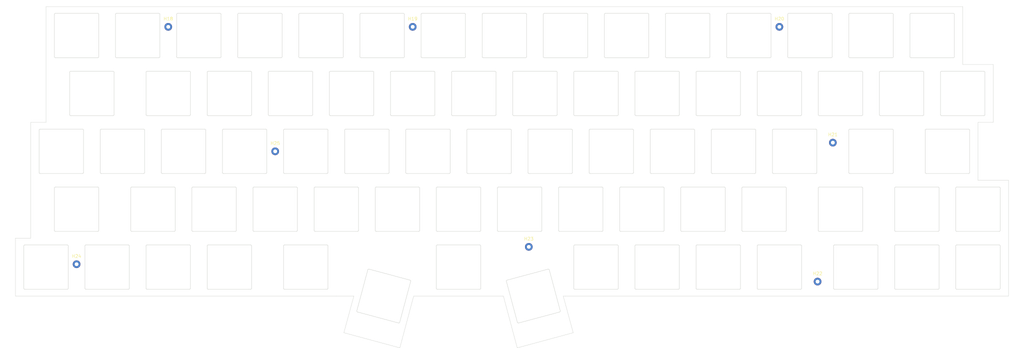
<source format=kicad_pcb>
(kicad_pcb (version 20211014) (generator pcbnew)
  (layers (0 "F.Cu" signal) (31 "B.Cu" signal) (34 "B.Paste" user) (35 "F.Paste" user) (36 "B.SilkS" user "B.Silkscreen") (37 "F.SilkS" user "F.Silkscreen") (38 "B.Mask" user) (39 "F.Mask" user) (44 "Edge.Cuts" user))
  (net 0 "")
  (footprint "kailh:SW_Kailh_Choc_Cutout" (layer "F.Cu") (at 33.25 54)
    (fp_text reference "S13")
    (fp_text value "Switch_Cutout")
    (fp_line (start 6.9 6.6) (end 6.9 -6.6) (layer "Edge.Cuts") (width 0.12))
    (fp_line (start -6.9 -6.6) (end -6.9 6.6) (layer "Edge.Cuts") (width 0.12))
    (fp_line (start 6.6 -6.9) (end -6.6 -6.9) (layer "Edge.Cuts") (width 0.12))
    (fp_line (start -6.6 6.9) (end 6.6 6.9) (layer "Edge.Cuts") (width 0.12))
    (fp_arc (start 6.9 6.6) (mid 6.812132 6.812132) (end 6.6 6.9) (layer "Edge.Cuts") (width 0.12))
    (fp_arc (start -6.6 6.9) (mid -6.812132 6.812132) (end -6.9 6.6) (layer "Edge.Cuts") (width 0.12))
    (fp_arc (start -6.9 -6.6) (mid -6.812132 -6.812132) (end -6.6 -6.9) (layer "Edge.Cuts") (width 0.12))
    (fp_arc (start 6.6 -6.9) (mid 6.812132 -6.812132) (end 6.9 -6.6) (layer "Edge.Cuts") (width 0.12))
  )
  (footprint "optic:MountingHole_2.2mm_M2_jlcpcb" (layer "F.Cu") (at 237.5 15.299999)
    (fp_text reference "H5")
    (fp_text value "MountingHole")
    (pad "" np_thru_hole circle (at 0 0) (size 2.2 2.2) (drill 2.2) (layers *.Cu *.Mask))
  )
  (footprint "optic:MountingHole_2.2mm_M2_jlcpcb" (layer "F.Cu") (at 258.875 51.3)
    (fp_text reference "H12")
    (fp_text value "MountingHole")
    (pad "" np_thru_hole circle (at 0 0) (size 2.2 2.2) (drill 2.2) (layers *.Cu *.Mask))
  )
  (footprint "kailh:SW_Kailh_Choc_Cutout" (layer "F.Cu") (at 66.5 36)
    (fp_text reference "S17")
    (fp_text value "Switch_Cutout")
    (fp_line (start -6.6 6.9) (end 6.6 6.9) (layer "Edge.Cuts") (width 0.12))
    (fp_line (start -6.9 -6.6) (end -6.9 6.6) (layer "Edge.Cuts") (width 0.12))
    (fp_line (start 6.9 6.6) (end 6.9 -6.6) (layer "Edge.Cuts") (width 0.12))
    (fp_line (start 6.6 -6.9) (end -6.6 -6.9) (layer "Edge.Cuts") (width 0.12))
    (fp_arc (start -6.6 6.9) (mid -6.812132 6.812132) (end -6.9 6.6) (layer "Edge.Cuts") (width 0.12))
    (fp_arc (start 6.6 -6.9) (mid 6.812132 -6.812132) (end 6.9 -6.6) (layer "Edge.Cuts") (width 0.12))
    (fp_arc (start 6.9 6.6) (mid 6.812132 6.812132) (end 6.6 6.9) (layer "Edge.Cuts") (width 0.12))
    (fp_arc (start -6.9 -6.6) (mid -6.812132 -6.812132) (end -6.6 -6.9) (layer "Edge.Cuts") (width 0.12))
  )
  (footprint "kailh:SW_Kailh_Choc_Cutout" (layer "F.Cu") (at 194.75 72)
    (fp_text reference "S54")
    (fp_text value "Switch_Cutout")
    (fp_line (start 6.6 -6.9) (end -6.6 -6.9) (layer "Edge.Cuts") (width 0.12))
    (fp_line (start 6.9 6.6) (end 6.9 -6.6) (layer "Edge.Cuts") (width 0.12))
    (fp_line (start -6.9 -6.6) (end -6.9 6.6) (layer "Edge.Cuts") (width 0.12))
    (fp_line (start -6.6 6.9) (end 6.6 6.9) (layer "Edge.Cuts") (width 0.12))
    (fp_arc (start 6.9 6.6) (mid 6.812132 6.812132) (end 6.6 6.9) (layer "Edge.Cuts") (width 0.12))
    (fp_arc (start -6.9 -6.6) (mid -6.812132 -6.812132) (end -6.6 -6.9) (layer "Edge.Cuts") (width 0.12))
    (fp_arc (start -6.6 6.9) (mid -6.812132 6.812132) (end -6.9 6.6) (layer "Edge.Cuts") (width 0.12))
    (fp_arc (start 6.6 -6.9) (mid 6.812132 -6.812132) (end 6.9 -6.6) (layer "Edge.Cuts") (width 0.12))
  )
  (footprint "kailh:SW_Kailh_Choc_Cutout" (layer "F.Cu") (at 199.5 90)
    (fp_text reference "S55")
    (fp_text value "Switch_Cutout")
    (fp_line (start 6.6 -6.9) (end -6.6 -6.9) (layer "Edge.Cuts") (width 0.12))
    (fp_line (start 6.9 6.6) (end 6.9 -6.6) (layer "Edge.Cuts") (width 0.12))
    (fp_line (start -6.9 -6.6) (end -6.9 6.6) (layer "Edge.Cuts") (width 0.12))
    (fp_line (start -6.6 6.9) (end 6.6 6.9) (layer "Edge.Cuts") (width 0.12))
    (fp_arc (start 6.6 -6.9) (mid 6.812132 -6.812132) (end 6.9 -6.6) (layer "Edge.Cuts") (width 0.12))
    (fp_arc (start -6.6 6.9) (mid -6.812132 6.812132) (end -6.9 6.6) (layer "Edge.Cuts") (width 0.12))
    (fp_arc (start -6.9 -6.6) (mid -6.812132 -6.812132) (end -6.6 -6.9) (layer "Edge.Cuts") (width 0.12))
    (fp_arc (start 6.9 6.6) (mid 6.812132 6.812132) (end 6.6 6.9) (layer "Edge.Cuts") (width 0.12))
  )
  (footprint "kailh:SW_Kailh_Choc_Cutout" (layer "F.Cu") (at 261.25 90)
    (fp_text reference "S70")
    (fp_text value "Switch_Cutout")
    (fp_line (start 6.6 -6.9) (end -6.6 -6.9) (layer "Edge.Cuts") (width 0.12))
    (fp_line (start 6.9 6.6) (end 6.9 -6.6) (layer "Edge.Cuts") (width 0.12))
    (fp_line (start -6.9 -6.6) (end -6.9 6.6) (layer "Edge.Cuts") (width 0.12))
    (fp_line (start -6.6 6.9) (end 6.6 6.9) (layer "Edge.Cuts") (width 0.12))
    (fp_arc (start -6.6 6.9) (mid -6.812132 6.812132) (end -6.9 6.6) (layer "Edge.Cuts") (width 0.12))
    (fp_arc (start 6.9 6.6) (mid 6.812132 6.812132) (end 6.6 6.9) (layer "Edge.Cuts") (width 0.12))
    (fp_arc (start 6.6 -6.9) (mid 6.812132 -6.812132) (end 6.9 -6.6) (layer "Edge.Cuts") (width 0.12))
    (fp_arc (start -6.9 -6.6) (mid -6.812132 -6.812132) (end -6.6 -6.9) (layer "Edge.Cuts") (width 0.12))
  )
  (footprint "kailh:SW_Kailh_Choc_Cutout" (layer "F.Cu") (at 28.5 36)
    (fp_text reference "S7")
    (fp_text value "Switch_Cutout")
    (fp_line (start 6.9 6.6) (end 6.9 -6.6) (layer "Edge.Cuts") (width 0.12))
    (fp_line (start 6.6 -6.9) (end -6.6 -6.9) (layer "Edge.Cuts") (width 0.12))
    (fp_line (start -6.6 6.9) (end 6.6 6.9) (layer "Edge.Cuts") (width 0.12))
    (fp_line (start -6.9 -6.6) (end -6.9 6.6) (layer "Edge.Cuts") (width 0.12))
    (fp_arc (start 6.6 -6.9) (mid 6.812132 -6.812132) (end 6.9 -6.6) (layer "Edge.Cuts") (width 0.12))
    (fp_arc (start 6.9 6.6) (mid 6.812132 6.812132) (end 6.6 6.9) (layer "Edge.Cuts") (width 0.12))
    (fp_arc (start -6.6 6.9) (mid -6.812132 6.812132) (end -6.9 6.6) (layer "Edge.Cuts") (width 0.12))
    (fp_arc (start -6.9 -6.6) (mid -6.812132 -6.812132) (end -6.6 -6.9) (layer "Edge.Cuts") (width 0.12))
  )
  (footprint "optic:MountingHole_2.2mm_M2_jlcpcb" (layer "F.Cu") (at 270.75 87.3)
    (fp_text reference "H11")
    (fp_text value "MountingHole")
    (pad "" np_thru_hole circle (at 0 0) (size 2.2 2.2) (drill 2.2) (layers *.Cu *.Mask))
  )
  (footprint "optic:MountingHole_2.2mm_M2_jlcpcb" (layer "F.Cu") (at 230.375 87.3)
    (fp_text reference "H10")
    (fp_text value "MountingHole")
    (pad "" np_thru_hole circle (at 0 0) (size 2.2 2.2) (drill 2.2) (layers *.Cu *.Mask))
  )
  (footprint "kailh:SW_Kailh_Choc_Cutout" (layer "F.Cu") (at 237.5 72)
    (fp_text reference "S64")
    (fp_text value "Switch_Cutout")
    (fp_line (start 6.9 6.6) (end 6.9 -6.6) (layer "Edge.Cuts") (width 0.12))
    (fp_line (start 6.6 -6.9) (end -6.6 -6.9) (layer "Edge.Cuts") (width 0.12))
    (fp_line (start -6.6 6.9) (end 6.6 6.9) (layer "Edge.Cuts") (width 0.12))
    (fp_line (start -6.9 -6.6) (end -6.9 6.6) (layer "Edge.Cuts") (width 0.12))
    (fp_arc (start 6.9 6.6) (mid 6.812132 6.812132) (end 6.6 6.9) (layer "Edge.Cuts") (width 0.12))
    (fp_arc (start -6.9 -6.6) (mid -6.812132 -6.812132) (end -6.6 -6.9) (layer "Edge.Cuts") (width 0.12))
    (fp_arc (start 6.6 -6.9) (mid 6.812132 -6.812132) (end 6.9 -6.6) (layer "Edge.Cuts") (width 0.12))
    (fp_arc (start -6.6 6.9) (mid -6.812132 6.812132) (end -6.9 6.6) (layer "Edge.Cuts") (width 0.12))
  )
  (footprint "kailh:SW_Kailh_Choc_Cutout" (layer "F.Cu") (at 0 72)
    (fp_text reference "S4")
    (fp_text value "Switch_Cutout")
    (fp_line (start 6.6 -6.9) (end -6.6 -6.9) (layer "Edge.Cuts") (width 0.12))
    (fp_line (start 6.9 6.6) (end 6.9 -6.6) (layer "Edge.Cuts") (width 0.12))
    (fp_line (start -6.6 6.9) (end 6.6 6.9) (layer "Edge.Cuts") (width 0.12))
    (fp_line (start -6.9 -6.6) (end -6.9 6.6) (layer "Edge.Cuts") (width 0.12))
    (fp_arc (start -6.9 -6.6) (mid -6.812132 -6.812132) (end -6.6 -6.9) (layer "Edge.Cuts") (width 0.12))
    (fp_arc (start 6.6 -6.9) (mid 6.812132 -6.812132) (end 6.9 -6.6) (layer "Edge.Cuts") (width 0.12))
    (fp_arc (start 6.9 6.6) (mid 6.812132 6.812132) (end 6.6 6.9) (layer "Edge.Cuts") (width 0.12))
    (fp_arc (start -6.6 6.9) (mid -6.812132 6.812132) (end -6.9 6.6) (layer "Edge.Cuts") (width 0.12))
  )
  (footprint "kailh:TestPoint_Plated_Hole_D1.2mm" (layer "F.Cu") (at 104.5 15.299999)
    (fp_text reference "H19" (at 0 -2.498) (layer "F.SilkS"))
    (fp_text value "MountingHole")
    (pad "" thru_hole circle (at 0 0) (size 2.4 2.4) (drill 1.2) (layers *.Cu *.Mask))
  )
  (footprint "optic:MountingHole_2.2mm_M2_jlcpcb" (layer "F.Cu") (at 9.5 15.299999)
    (fp_text reference "H1")
    (fp_text value "MountingHole")
    (pad "" np_thru_hole circle (at 0 0) (size 2.2 2.2) (drill 2.2) (layers *.Cu *.Mask))
  )
  (footprint "kailh:SW_Kailh_Choc_Cutout" (layer "F.Cu") (at 147.25 54)
    (fp_text reference "S43")
    (fp_text value "Switch_Cutout")
    (fp_line (start 6.6 -6.9) (end -6.6 -6.9) (layer "Edge.Cuts") (width 0.12))
    (fp_line (start -6.9 -6.6) (end -6.9 6.6) (layer "Edge.Cuts") (width 0.12))
    (fp_line (start 6.9 6.6) (end 6.9 -6.6) (layer "Edge.Cuts") (width 0.12))
    (fp_line (start -6.6 6.9) (end 6.6 6.9) (layer "Edge.Cuts") (width 0.12))
    (fp_arc (start 6.6 -6.9) (mid 6.812132 -6.812132) (end 6.9 -6.6) (layer "Edge.Cuts") (width 0.12))
    (fp_arc (start 6.9 6.6) (mid 6.812132 6.812132) (end 6.6 6.9) (layer "Edge.Cuts") (width 0.12))
    (fp_arc (start -6.6 6.9) (mid -6.812132 6.812132) (end -6.9 6.6) (layer "Edge.Cuts") (width 0.12))
    (fp_arc (start -6.9 -6.6) (mid -6.812132 -6.812132) (end -6.6 -6.9) (layer "Edge.Cuts") (width 0.12))
  )
  (footprint "kailh:SW_Kailh_Choc_Cutout" (layer "F.Cu") (at 42.75 72)
    (fp_text reference "S14")
    (fp_text value "Switch_Cutout")
    (fp_line (start 6.9 6.6) (end 6.9 -6.6) (layer "Edge.Cuts") (width 0.12))
    (fp_line (start -6.9 -6.6) (end -6.9 6.6) (layer "Edge.Cuts") (width 0.12))
    (fp_line (start -6.6 6.9) (end 6.6 6.9) (layer "Edge.Cuts") (width 0.12))
    (fp_line (start 6.6 -6.9) (end -6.6 -6.9) (layer "Edge.Cuts") (width 0.12))
    (fp_arc (start -6.6 6.9) (mid -6.812132 6.812132) (end -6.9 6.6) (layer "Edge.Cuts") (width 0.12))
    (fp_arc (start 6.9 6.6) (mid 6.812132 6.812132) (end 6.6 6.9) (layer "Edge.Cuts") (width 0.12))
    (fp_arc (start 6.6 -6.9) (mid 6.812132 -6.812132) (end 6.9 -6.6) (layer "Edge.Cuts") (width 0.12))
    (fp_arc (start -6.9 -6.6) (mid -6.812132 -6.812132) (end -6.6 -6.9) (layer "Edge.Cuts") (width 0.12))
  )
  (footprint "optic:MountingHole_2.2mm_M2_jlcpcb" (layer "F.Cu") (at 82.75 90.899999)
    (fp_text reference "H8")
    (fp_text value "MountingHole")
    (pad "" np_thru_hole circle (at 0 0) (size 2.2 2.2) (drill 2.2) (layers *.Cu *.Mask))
  )
  (footprint "kailh:SW_Kailh_Choc_Cutout" (layer "F.Cu") (at 280.25 72)
    (fp_text reference "S74")
    (fp_text value "Switch_Cutout")
    (fp_line (start 6.9 6.6) (end 6.9 -6.6) (layer "Edge.Cuts") (width 0.12))
    (fp_line (start 6.6 -6.9) (end -6.6 -6.9) (layer "Edge.Cuts") (width 0.12))
    (fp_line (start -6.9 -6.6) (end -6.9 6.6) (layer "Edge.Cuts") (width 0.12))
    (fp_line (start -6.6 6.9) (end 6.6 6.9) (layer "Edge.Cuts") (width 0.12))
    (fp_arc (start 6.9 6.6) (mid 6.812132 6.812132) (end 6.6 6.9) (layer "Edge.Cuts") (width 0.12))
    (fp_arc (start 6.6 -6.9) (mid 6.812132 -6.812132) (end 6.9 -6.6) (layer "Edge.Cuts") (width 0.12))
    (fp_arc (start -6.9 -6.6) (mid -6.812132 -6.812132) (end -6.6 -6.9) (layer "Edge.Cuts") (width 0.12))
    (fp_arc (start -6.6 6.9) (mid -6.812132 6.812132) (end -6.9 6.6) (layer "Edge.Cuts") (width 0.12))
  )
  (footprint "kailh:SW_Kailh_Choc_Cutout" (layer "F.Cu") (at 109.25 54)
    (fp_text reference "S33")
    (fp_text value "Switch_Cutout")
    (fp_line (start -6.6 6.9) (end 6.6 6.9) (layer "Edge.Cuts") (width 0.12))
    (fp_line (start 6.6 -6.9) (end -6.6 -6.9) (layer "Edge.Cuts") (width 0.12))
    (fp_line (start 6.9 6.6) (end 6.9 -6.6) (layer "Edge.Cuts") (width 0.12))
    (fp_line (start -6.9 -6.6) (end -6.9 6.6) (layer "Edge.Cuts") (width 0.12))
    (fp_arc (start -6.6 6.9) (mid -6.812132 6.812132) (end -6.9 6.6) (layer "Edge.Cuts") (width 0.12))
    (fp_arc (start 6.6 -6.9) (mid 6.812132 -6.812132) (end 6.9 -6.6) (layer "Edge.Cuts") (width 0.12))
    (fp_arc (start -6.9 -6.6) (mid -6.812132 -6.812132) (end -6.6 -6.9) (layer "Edge.Cuts") (width 0.12))
    (fp_arc (start 6.9 6.6) (mid 6.812132 6.812132) (end 6.6 6.9) (layer "Edge.Cuts") (width 0.12))
  )
  (footprint "kailh:SW_Kailh_Choc_Cutout" (layer "F.Cu") (at 14.25 54)
    (fp_text reference "S8")
    (fp_text value "Switch_Cutout")
    (fp_line (start 6.6 -6.9) (end -6.6 -6.9) (layer "Edge.Cuts") (width 0.12))
    (fp_line (start -6.9 -6.6) (end -6.9 6.6) (layer "Edge.Cuts") (width 0.12))
    (fp_line (start -6.6 6.9) (end 6.6 6.9) (layer "Edge.Cuts") (width 0.12))
    (fp_line (start 6.9 6.6) (end 6.9 -6.6) (layer "Edge.Cuts") (width 0.12))
    (fp_arc (start -6.6 6.9) (mid -6.812132 6.812132) (end -6.9 6.6) (layer "Edge.Cuts") (width 0.12))
    (fp_arc (start 6.6 -6.9) (mid 6.812132 -6.812132) (end 6.9 -6.6) (layer "Edge.Cuts") (width 0.12))
    (fp_arc (start 6.9 6.6) (mid 6.812132 6.812132) (end 6.6 6.9) (layer "Edge.Cuts") (width 0.12))
    (fp_arc (start -6.9 -6.6) (mid -6.812132 -6.812132) (end -6.6 -6.9) (layer "Edge.Cuts") (width 0.12))
  )
  (footprint "kailh:SW_Kailh_Choc_Cutout" (layer "F.Cu") (at 161.5 36)
    (fp_text reference "S42")
    (fp_text value "Switch_Cutout")
    (fp_line (start -6.6 6.9) (end 6.6 6.9) (layer "Edge.Cuts") (width 0.12))
    (fp_line (start 6.9 6.6) (end 6.9 -6.6) (layer "Edge.Cuts") (width 0.12))
    (fp_line (start -6.9 -6.6) (end -6.9 6.6) (layer "Edge.Cuts") (width 0.12))
    (fp_line (start 6.6 -6.9) (end -6.6 -6.9) (layer "Edge.Cuts") (width 0.12))
    (fp_arc (start -6.9 -6.6) (mid -6.812132 -6.812132) (end -6.6 -6.9) (layer "Edge.Cuts") (width 0.12))
    (fp_arc (start -6.6 6.9) (mid -6.812132 6.812132) (end -6.9 6.6) (layer "Edge.Cuts") (width 0.12))
    (fp_arc (start 6.6 -6.9) (mid 6.812132 -6.812132) (end 6.9 -6.6) (layer "Edge.Cuts") (width 0.12))
    (fp_arc (start 6.9 6.6) (mid 6.812132 6.812132) (end 6.6 6.9) (layer "Edge.Cuts") (width 0.12))
  )
  (footprint "kailh:SW_Kailh_Choc_Cutout" (layer "F.Cu") (at 52.25 54)
    (fp_text reference "S18")
    (fp_text value "Switch_Cutout")
    (fp_line (start 6.6 -6.9) (end -6.6 -6.9) (layer "Edge.Cuts") (width 0.12))
    (fp_line (start 6.9 6.6) (end 6.9 -6.6) (layer "Edge.Cuts") (width 0.12))
    (fp_line (start -6.9 -6.6) (end -6.9 6.6) (layer "Edge.Cuts") (width 0.12))
    (fp_line (start -6.6 6.9) (end 6.6 6.9) (layer "Edge.Cuts") (width 0.12))
    (fp_arc (start 6.6 -6.9) (mid 6.812132 -6.812132) (end 6.9 -6.6) (layer "Edge.Cuts") (width 0.12))
    (fp_arc (start -6.6 6.9) (mid -6.812132 6.812132) (end -6.9 6.6) (layer "Edge.Cuts") (width 0.12))
    (fp_arc (start 6.9 6.6) (mid 6.812132 6.812132) (end 6.6 6.9) (layer "Edge.Cuts") (width 0.12))
    (fp_arc (start -6.9 -6.6) (mid -6.812132 -6.812132) (end -6.6 -6.9) (layer "Edge.Cuts") (width 0.12))
  )
  (footprint "kailh:SW_Kailh_Choc_Cutout" (layer "F.Cu") (at 80.75 72)
    (fp_text reference "S24")
    (fp_text value "Switch_Cutout")
    (fp_line (start -6.9 -6.6) (end -6.9 6.6) (layer "Edge.Cuts") (width 0.12))
    (fp_line (start -6.6 6.9) (end 6.6 6.9) (layer "Edge.Cuts") (width 0.12))
    (fp_line (start 6.6 -6.9) (end -6.6 -6.9) (layer "Edge.Cuts") (width 0.12))
    (fp_line (start 6.9 6.6) (end 6.9 -6.6) (layer "Edge.Cuts") (width 0.12))
    (fp_arc (start 6.6 -6.9) (mid 6.812132 -6.812132) (end 6.9 -6.6) (layer "Edge.Cuts") (width 0.12))
    (fp_arc (start -6.9 -6.6) (mid -6.812132 -6.812132) (end -6.6 -6.9) (layer "Edge.Cuts") (width 0.12))
    (fp_arc (start -6.6 6.9) (mid -6.812132 6.812132) (end -6.9 6.6) (layer "Edge.Cuts") (width 0.12))
    (fp_arc (start 6.9 6.6) (mid 6.812132 6.812132) (end 6.6 6.9) (layer "Edge.Cuts") (width 0.12))
  )
  (footprint "kailh:SW_Kailh_Choc_Cutout" (layer "F.Cu") (at 38 18)
    (fp_text reference "S11")
    (fp_text value "Switch_Cutout")
    (fp_line (start -6.9 -6.6) (end -6.9 6.6) (layer "Edge.Cuts") (width 0.12))
    (fp_line (start 6.9 6.6) (end 6.9 -6.6) (layer "Edge.Cuts") (width 0.12))
    (fp_line (start 6.6 -6.9) (end -6.6 -6.9) (layer "Edge.Cuts") (width 0.12))
    (fp_line (start -6.6 6.9) (end 6.6 6.9) (layer "Edge.Cuts") (width 0.12))
    (fp_arc (start 6.9 6.6) (mid 6.812132 6.812132) (end 6.6 6.9) (layer "Edge.Cuts") (width 0.12))
    (fp_arc (start -6.9 -6.6) (mid -6.812132 -6.812132) (end -6.6 -6.9) (layer "Edge.Cuts") (width 0.12))
    (fp_arc (start -6.6 6.9) (mid -6.812132 6.812132) (end -6.9 6.6) (layer "Edge.Cuts") (width 0.12))
    (fp_arc (start 6.6 -6.9) (mid 6.812132 -6.812132) (end 6.9 -6.6) (layer "Edge.Cuts") (width 0.12))
  )
  (footprint "optic:MountingHole_2.2mm_M2_jlcpcb" (layer "F.Cu") (at 194.75 51.3)
    (fp_text reference "H14")
    (fp_text value "MountingHole")
    (pad "" np_thru_hole circle (at 0 0) (size 2.2 2.2) (drill 2.2) (layers *.Cu *.Mask))
  )
  (footprint "kailh:SW_Kailh_Choc_Cutout" (layer "F.Cu") (at 114 18)
    (fp_text reference "S31")
    (fp_text value "Switch_Cutout")
    (fp_line (start 6.9 6.6) (end 6.9 -6.6) (layer "Edge.Cuts") (width 0.12))
    (fp_line (start 6.6 -6.9) (end -6.6 -6.9) (layer "Edge.Cuts") (width 0.12))
    (fp_line (start -6.6 6.9) (end 6.6 6.9) (layer "Edge.Cuts") (width 0.12))
    (fp_line (start -6.9 -6.6) (end -6.9 6.6) (layer "Edge.Cuts") (width 0.12))
    (fp_arc (start 6.6 -6.9) (mid 6.812132 -6.812132) (end 6.9 -6.6) (layer "Edge.Cuts") (width 0.12))
    (fp_arc (start -6.6 6.9) (mid -6.812132 6.812132) (end -6.9 6.6) (layer "Edge.Cuts") (width 0.12))
    (fp_arc (start -6.9 -6.6) (mid -6.812132 -6.812132) (end -6.6 -6.9) (layer "Edge.Cuts") (width 0.12))
    (fp_arc (start 6.9 6.6) (mid 6.812132 6.812132) (end 6.6 6.9) (layer "Edge.Cuts") (width 0.12))
  )
  (footprint "kailh:SW_Kailh_Choc_Cutout" (layer "F.Cu") (at 47.5 90)
    (fp_text reference "S20")
    (fp_text value "Switch_Cutout")
    (fp_line (start 6.9 6.6) (end 6.9 -6.6) (layer "Edge.Cuts") (width 0.12))
    (fp_line (start 6.6 -6.9) (end -6.6 -6.9) (layer "Edge.Cuts") (width 0.12))
    (fp_line (start -6.6 6.9) (end 6.6 6.9) (layer "Edge.Cuts") (width 0.12))
    (fp_line (start -6.9 -6.6) (end -6.9 6.6) (layer "Edge.Cuts") (width 0.12))
    (fp_arc (start 6.9 6.6) (mid 6.812132 6.812132) (end 6.6 6.9) (layer "Edge.Cuts") (width 0.12))
    (fp_arc (start -6.6 6.9) (mid -6.812132 6.812132) (end -6.9 6.6) (layer "Edge.Cuts") (width 0.12))
    (fp_arc (start 6.6 -6.9) (mid 6.812132 -6.812132) (end 6.9 -6.6) (layer "Edge.Cuts") (width 0.12))
    (fp_arc (start -6.9 -6.6) (mid -6.812132 -6.812132) (end -6.6 -6.9) (layer "Edge.Cuts") (width 0.12))
  )
  (footprint "optic:MountingHole_2.2mm_M2_jlcpcb" (layer "F.Cu") (at 66.5 15.299999)
    (fp_text reference "H2")
    (fp_text value "MountingHole")
    (pad "" np_thru_hole circle (at 0 0) (size 2.2 2.2) (drill 2.2) (layers *.Cu *.Mask))
  )
  (footprint "kailh:SW_Kailh_Choc_Cutout" (layer "F.Cu") (at 99.75 72)
    (fp_text reference "S29")
    (fp_text value "Switch_Cutout")
    (fp_line (start -6.6 6.9) (end 6.6 6.9) (layer "Edge.Cuts") (width 0.12))
    (fp_line (start 6.6 -6.9) (end -6.6 -6.9) (layer "Edge.Cuts") (width 0.12))
    (fp_line (start -6.9 -6.6) (end -6.9 6.6) (layer "Edge.Cuts") (width 0.12))
    (fp_line (start 6.9 6.6) (end 6.9 -6.6) (layer "Edge.Cuts") (width 0.12))
    (fp_arc (start 6.6 -6.9) (mid 6.812132 -6.812132) (end 6.9 -6.6) (layer "Edge.Cuts") (width 0.12))
    (fp_arc (start -6.6 6.9) (mid -6.812132 6.812132) (end -6.9 6.6) (layer "Edge.Cuts") (width 0.12))
    (fp_arc (start 6.9 6.6) (mid 6.812132 6.812132) (end 6.6 6.9) (layer "Edge.Cuts") (width 0.12))
    (fp_arc (start -6.9 -6.6) (mid -6.812132 -6.812132) (end -6.6 -6.9) (layer "Edge.Cuts") (width 0.12))
  )
  (footprint "kailh:SW_Kailh_Choc_Cutout" (layer "F.Cu") (at 242.25 90)
    (fp_text reference "S65")
    (fp_text value "Switch_Cutout")
    (fp_line (start 6.9 6.6) (end 6.9 -6.6) (layer "Edge.Cuts") (width 0.12))
    (fp_line (start -6.6 6.9) (end 6.6 6.9) (layer "Edge.Cuts") (width 0.12))
    (fp_line (start -6.9 -6.6) (end -6.9 6.6) (layer "Edge.Cuts") (width 0.12))
    (fp_line (start 6.6 -6.9) (end -6.6 -6.9) (layer "Edge.Cuts") (width 0.12))
    (fp_arc (start -6.9 -6.6) (mid -6.812132 -6.812132) (end -6.6 -6.9) (layer "Edge.Cuts") (width 0.12))
    (fp_arc (start 6.9 6.6) (mid 6.812132 6.812132) (end 6.6 6.9) (layer "Edge.Cuts") (width 0.12))
    (fp_arc (start 6.6 -6.9) (mid 6.812132 -6.812132) (end 6.9 -6.6) (layer "Edge.Cuts") (width 0.12))
    (fp_arc (start -6.6 6.9) (mid -6.812132 6.812132) (end -6.9 6.6) (layer "Edge.Cuts") (width 0.12))
  )
  (footprint "kailh:SW_Kailh_Choc_Cutout" (layer "F.Cu") (at 90.25 54)
    (fp_text reference "S28")
    (fp_text value "Switch_Cutout")
    (fp_line (start 6.6 -6.9) (end -6.6 -6.9) (layer "Edge.Cuts") (width 0.12))
    (fp_line (start 6.9 6.6) (end 6.9 -6.6) (layer "Edge.Cuts") (width 0.12))
    (fp_line (start -6.9 -6.6) (end -6.9 6.6) (layer "Edge.Cuts") (width 0.12))
    (fp_line (start -6.6 6.9) (end 6.6 6.9) (layer "Edge.Cuts") (width 0.12))
    (fp_arc (start 6.9 6.6) (mid 6.812132 6.812132) (end 6.6 6.9) (layer "Edge.Cuts") (width 0.12))
    (fp_arc (start 6.6 -6.9) (mid 6.812132 -6.812132) (end 6.9 -6.6) (layer "Edge.Cuts") (width 0.12))
    (fp_arc (start -6.9 -6.6) (mid -6.812132 -6.812132) (end -6.6 -6.9) (layer "Edge.Cuts") (width 0.12))
    (fp_arc (start -6.6 6.9) (mid -6.812132 6.812132) (end -6.9 6.6) (layer "Edge.Cuts") (width 0.12))
  )
  (footprint "kailh:TestPoint_Plated_Hole_D1.2mm" (layer "F.Cu") (at 140.6 83.7)
    (fp_text reference "H23" (at 0 -2.498) (layer "F.SilkS"))
    (fp_text value "MountingHole")
    (pad "" thru_hole circle (at 0 0) (size 2.4 2.4) (drill 1.2) (layers *.Cu *.Mask))
  )
  (footprint "kailh:SW_Kailh_Choc_Cutout" (layer "F.Cu") (at 142.5 36)
    (fp_text reference "S37")
    (fp_text value "Switch_Cutout")
    (fp_line (start -6.6 6.9) (end 6.6 6.9) (layer "Edge.Cuts") (width 0.12))
    (fp_line (start 6.6 -6.9) (end -6.6 -6.9) (layer "Edge.Cuts") (width 0.12))
    (fp_line (start -6.9 -6.6) (end -6.9 6.6) (layer "Edge.Cuts") (width 0.12))
    (fp_line (start 6.9 6.6) (end 6.9 -6.6) (layer "Edge.Cuts") (width 0.12))
    (fp_arc (start 6.9 6.6) (mid 6.812132 6.812132) (end 6.6 6.9) (layer "Edge.Cuts") (width 0.12))
    (fp_arc (start 6.6 -6.9) (mid 6.812132 -6.812132) (end 6.9 -6.6) (layer "Edge.Cuts") (width 0.12))
    (fp_arc (start -6.9 -6.6) (mid -6.812132 -6.812132) (end -6.6 -6.9) (layer "Edge.Cuts") (width 0.12))
    (fp_arc (start -6.6 6.9) (mid -6.812132 6.812132) (end -6.9 6.6) (layer "Edge.Cuts") (width 0.12))
  )
  (footprint "kailh:TestPoint_Plated_Hole_D1.2mm" (layer "F.Cu") (at 230.375 94.5)
    (fp_text reference "H22" (at 0 -2.498) (layer "F.SilkS"))
    (fp_text value "MountingHole")
    (pad "" thru_hole circle (at 0 0) (size 2.4 2.4) (drill 1.2) (layers *.Cu *.Mask))
  )
  (footprint "kailh:SW_Kailh_Choc_Cutout" (layer "F.Cu") (at 137.75 72)
    (fp_text reference "S39")
    (fp_text value "Switch_Cutout")
    (fp_line (start 6.6 -6.9) (end -6.6 -6.9) (layer "Edge.Cuts") (width 0.12))
    (fp_line (start 6.9 6.6) (end 6.9 -6.6) (layer "Edge.Cuts") (width 0.12))
    (fp_line (start -6.6 6.9) (end 6.6 6.9) (layer "Edge.Cuts") (width 0.12))
    (fp_line (start -6.9 -6.6) (end -6.9 6.6) (layer "Edge.Cuts") (width 0.12))
    (fp_arc (start 6.9 6.6) (mid 6.812132 6.812132) (end 6.6 6.9) (layer "Edge.Cuts") (width 0.12))
    (fp_arc (start -6.9 -6.6) (mid -6.812132 -6.812132) (end -6.6 -6.9) (layer "Edge.Cuts") (width 0.12))
    (fp_arc (start -6.6 6.9) (mid -6.812132 6.812132) (end -6.9 6.6) (layer "Edge.Cuts") (width 0.12))
    (fp_arc (start 6.6 -6.9) (mid 6.812132 -6.812132) (end 6.9 -6.6) (layer "Edge.Cuts") (width 0.12))
  )
  (footprint "kailh:SW_Kailh_Choc_Cutout" (layer "F.Cu") (at 95.5 99 -105)
    (fp_text reference "S30")
    (fp_text value "Switch_Cutout")
    (fp_line (start -6.9 -6.6) (end -6.9 6.6) (layer "Edge.Cuts") (width 0.12))
    (fp_line (start -6.6 6.9) (end 6.6 6.9) (layer "Edge.Cuts") (width 0.12))
    (fp_line (start 6.9 6.6) (end 6.9 -6.6) (layer "Edge.Cuts") (width 0.12))
    (fp_line (start 6.6 -6.9) (end -6.6 -6.9) (layer "Edge.Cuts") (width 0.12))
    (fp_arc (start 6.9 6.6) (mid 6.812132 6.812132) (end 6.6 6.9) (layer "Edge.Cuts") (width 0.12))
    (fp_arc (start 6.6 -6.9) (mid 6.812132 -6.812132) (end 6.9 -6.6) (layer "Edge.Cuts") (width 0.12))
    (fp_arc (start -6.6 6.9) (mid -6.812132 6.812132) (end -6.9 6.6) (layer "Edge.Cuts") (width 0.12))
    (fp_arc (start -6.9 -6.6) (mid -6.812132 -6.812132) (end -6.6 -6.9) (layer "Edge.Cuts") (width 0.12))
  )
  (footprint "kailh:SW_Kailh_Choc_Cutout" (layer "F.Cu") (at 156.75 72)
    (fp_text reference "S44")
    (fp_text value "Switch_Cutout")
    (fp_line (start -6.6 6.9) (end 6.6 6.9) (layer "Edge.Cuts") (width 0.12))
    (fp_line (start 6.9 6.6) (end 6.9 -6.6) (layer "Edge.Cuts") (width 0.12))
    (fp_line (start 6.6 -6.9) (end -6.6 -6.9) (layer "Edge.Cuts") (width 0.12))
    (fp_line (start -6.9 -6.6) (end -6.9 6.6) (layer "Edge.Cuts") (width 0.12))
    (fp_arc (start -6.6 6.9) (mid -6.812132 6.812132) (end -6.9 6.6) (layer "Edge.Cuts") (width 0.12))
    (fp_arc (start 6.6 -6.9) (mid 6.812132 -6.812132) (end 6.9 -6.6) (layer "Edge.Cuts") (width 0.12))
    (fp_arc (start 6.9 6.6) (mid 6.812132 6.812132) (end 6.6 6.9) (layer "Edge.Cuts") (width 0.12))
    (fp_arc (start -6.9 -6.6) (mid -6.812132 -6.812132) (end -6.6 -6.9) (layer "Edge.Cuts") (width 0.12))
  )
  (footprint "optic:MountingHole_2.2mm_M2_jlcpcb" (layer "F.Cu") (at 9.875 79.2)
    (fp_text reference "H6")
    (fp_text value "MountingHole")
    (pad "" np_thru_hole circle (at 0 0) (size 2.2 2.2) (drill 2.2) (layers *.Cu *.Mask))
  )
  (footprint "kailh:SW_Kailh_Choc_Cutout" (layer "F.Cu") (at 161.5 90)
    (fp_text reference "S45")
    (fp_text value "Switch_Cutout")
    (fp_line (start 6.9 6.6) (end 6.9 -6.6) (layer "Edge.Cuts") (width 0.12))
    (fp_line (start -6.9 -6.6) (end -6.9 6.6) (layer "Edge.Cuts") (width 0.12))
    (fp_line (start 6.6 -6.9) (end -6.6 -6.9) (layer "Edge.Cuts") (width 0.12))
    (fp_line (start -6.6 6.9) (end 6.6 6.9) (layer "Edge.Cuts") (width 0.12))
    (fp_arc (start -6.9 -6.6) (mid -6.812132 -6.812132) (end -6.6 -6.9) (layer "Edge.Cuts") (width 0.12))
    (fp_arc (start 6.9 6.6) (mid 6.812132 6.812132) (end 6.6 6.9) (layer "Edge.Cuts") (width 0.12))
    (fp_arc (start -6.6 6.9) (mid -6.812132 6.812132) (end -6.9 6.6) (layer "Edge.Cuts") (width 0.12))
    (fp_arc (start 6.6 -6.9) (mid 6.812132 -6.812132) (end 6.9 -6.6) (layer "Edge.Cuts") (width 0.12))
  )
  (footprint "optic:MountingHole_2.2mm_M2_jlcpcb" (layer "F.Cu") (at 123.5 15.299999)
    (fp_text reference "H3")
    (fp_text value "MountingHole")
    (pad "" np_thru_hole circle (at 0 0) (size 2.2 2.2) (drill 2.2) (layers *.Cu *.Mask))
  )
  (footprint "kailh:SW_Kailh_Choc_Cutout" (layer "F.Cu") (at 85.5 36)
    (fp_text reference "S22")
    (fp_text value "Switch_Cutout")
    (fp_line (start -6.6 6.9) (end 6.6 6.9) (layer "Edge.Cuts") (width 0.12))
    (fp_line (start -6.9 -6.6) (end -6.9 6.6) (layer "Edge.Cuts") (width 0.12))
    (fp_line (start 6.6 -6.9) (end -6.6 -6.9) (layer "Edge.Cuts") (width 0.12))
    (fp_line (start 6.9 6.6) (end 6.9 -6.6) (layer "Edge.Cuts") (width 0.12))
    (fp_arc (start 6.9 6.6) (mid 6.812132 6.812132) (end 6.6 6.9) (layer "Edge.Cuts") (width 0.12))
    (fp_arc (start -6.9 -6.6) (mid -6.812132 -6.812132) (end -6.6 -6.9) (layer "Edge.Cuts") (width 0.12))
    (fp_arc (start -6.6 6.9) (mid -6.812132 6.812132) (end -6.9 6.6) (layer "Edge.Cuts") (width 0.12))
    (fp_arc (start 6.6 -6.9) (mid 6.812132 -6.812132) (end 6.9 -6.6) (layer "Edge.Cuts") (width 0.12))
  )
  (footprint "kailh:SW_Kailh_Choc_Cutout" (layer "F.Cu") (at 261.25 72)
    (fp_text reference "S69")
    (fp_text value "Switch_Cutout")
    (fp_line (start -6.6 6.9) (end 6.6 6.9) (layer "Edge.Cuts") (width 0.12))
    (fp_line (start 6.6 -6.9) (end -6.6 -6.9) (layer "Edge.Cuts") (width 0.12))
    (fp_line (start -6.9 -6.6) (end -6.9 6.6) (layer "Edge.Cuts") (width 0.12))
    (fp_line (start 6.9 6.6) (end 6.9 -6.6) (layer "Edge.Cuts") (width 0.12))
    (fp_arc (start -6.9 -6.6) (mid -6.812132 -6.812132) (end -6.6 -6.9) (layer "Edge.Cuts") (width 0.12))
    (fp_arc (start 6.9 6.6) (mid 6.812132 6.812132) (end 6.6 6.9) (layer "Edge.Cuts") (width 0.12))
    (fp_arc (start -6.6 6.9) (mid -6.812132 6.812132) (end -6.9 6.6) (layer "Edge.Cuts") (width 0.12))
    (fp_arc (start 6.6 -6.9) (mid 6.812132 -6.812132) (end 6.9 -6.6) (layer "Edge.Cuts") (width 0.12))
  )
  (footprint "kailh:SW_Kailh_Choc_Cutout" (layer "F.Cu") (at -9.5 90)
    (fp_text reference "S5")
    (fp_text value "Switch_Cutout")
    (fp_line (start -6.9 -6.6) (end -6.9 6.6) (layer "Edge.Cuts") (width 0.12))
    (fp_line (start 6.9 6.6) (end 6.9 -6.6) (layer "Edge.Cuts") (width 0.12))
    (fp_line (start -6.6 6.9) (end 6.6 6.9) (layer "Edge.Cuts") (width 0.12))
    (fp_line (start 6.6 -6.9) (end -6.6 -6.9) (layer "Edge.Cuts") (width 0.12))
    (fp_arc (start -6.6 6.9) (mid -6.812132 6.812132) (end -6.9 6.6) (layer "Edge.Cuts") (width 0.12))
    (fp_arc (start -6.9 -6.6) (mid -6.812132 -6.812132) (end -6.6 -6.9) (layer "Edge.Cuts") (width 0.12))
    (fp_arc (start 6.6 -6.9) (mid 6.812132 -6.812132) (end 6.9 -6.6) (layer "Edge.Cuts") (width 0.12))
    (fp_arc (start 6.9 6.6) (mid 6.812132 6.812132) (end 6.6 6.9) (layer "Edge.Cuts") (width 0.12))
  )
  (footprint "kailh:SW_Kailh_Choc_Cutout" (layer "F.Cu") (at 142 99 105)
    (fp_text reference "S40")
    (fp_text value "Switch_Cutout")
    (fp_line (start 6.6 -6.9) (end -6.6 -6.9) (layer "Edge.Cuts") (width 0.12))
    (fp_line (start -6.6 6.9) (end 6.6 6.9) (layer "Edge.Cuts") (width 0.12))
    (fp_line (start -6.9 -6.6) (end -6.9 6.6) (layer "Edge.Cuts") (width 0.12))
    (fp_line (start 6.9 6.6) (end 6.9 -6.6) (layer "Edge.Cuts") (width 0.12))
    (fp_arc (start -6.9 -6.6) (mid -6.812132 -6.812132) (end -6.6 -6.9) (layer "Edge.Cuts") (width 0.12))
    (fp_arc (start 6.6 -6.9) (mid 6.812132 -6.812132) (end 6.9 -6.6) (layer "Edge.Cuts") (width 0.12))
    (fp_arc (start -6.6 6.9) (mid -6.812132 6.812132) (end -6.9 6.6) (layer "Edge.Cuts") (width 0.12))
    (fp_arc (start 6.9 6.6) (mid 6.812132 6.812132) (end 6.6 6.9) (layer "Edge.Cuts") (width 0.12))
  )
  (footprint "kailh:SW_Kailh_Choc_Cutout" (layer "F.Cu") (at 218.5 36)
    (fp_text reference "S57")
    (fp_text value "Switch_Cutout")
    (fp_line (start 6.9 6.6) (end 6.9 -6.6) (layer "Edge.Cuts") (width 0.12))
    (fp_line (start 6.6 -6.9) (end -6.6 -6.9) (layer "Edge.Cuts") (width 0.12))
    (fp_line (start -6.6 6.9) (end 6.6 6.9) (layer "Edge.Cuts") (width 0.12))
    (fp_line (start -6.9 -6.6) (end -6.9 6.6) (layer "Edge.Cuts") (width 0.12))
    (fp_arc (start -6.9 -6.6) (mid -6.812132 -6.812132) (end -6.6 -6.9) (layer "Edge.Cuts") (width 0.12))
    (fp_arc (start 6.6 -6.9) (mid 6.812132 -6.812132) (end 6.9 -6.6) (layer "Edge.Cuts") (width 0.12))
    (fp_arc (start 6.9 6.6) (mid 6.812132 6.812132) (end 6.6 6.9) (layer "Edge.Cuts") (width 0.12))
    (fp_arc (start -6.6 6.9) (mid -6.812132 6.812132) (end -6.9 6.6) (layer "Edge.Cuts") (width 0.12))
  )
  (footprint "kailh:SW_Kailh_Choc_Cutout" (layer "F.Cu") (at 247 54)
    (fp_text reference "S68")
    (fp_text value "Switch_Cutout")
    (fp_line (start -6.9 -6.6) (end -6.9 6.6) (layer "Edge.Cuts") (width 0.12))
    (fp_line (start -6.6 6.9) (end 6.6 6.9) (layer "Edge.Cuts") (width 0.12))
    (fp_line (start 6.6 -6.9) (end -6.6 -6.9) (layer "Edge.Cuts") (width 0.12))
    (fp_line (start 6.9 6.6) (end 6.9 -6.6) (layer "Edge.Cuts") (width 0.12))
    (fp_arc (start -6.6 6.9) (mid -6.812132 6.812132) (end -6.9 6.6) (layer "Edge.Cuts") (width 0.12))
    (fp_arc (start 6.9 6.6) (mid 6.812132 6.812132) (end 6.6 6.9) (layer "Edge.Cuts") (width 0.12))
    (fp_arc (start 6.6 -6.9) (mid 6.812132 -6.812132) (end 6.9 -6.6) (layer "Edge.Cuts") (width 0.12))
    (fp_arc (start -6.9 -6.6) (mid -6.812132 -6.812132) (end -6.6 -6.9) (layer "Edge.Cuts") (width 0.12))
  )
  (footprint "kailh:SW_Kailh_Choc_Cutout" (layer "F.Cu") (at 95 18)
    (fp_text reference "S26")
    (fp_text value "Switch_Cutout")
    (fp_line (start -6.9 -6.6) (end -6.9 6.6) (layer "Edge.Cuts") (width 0.12))
    (fp_line (start 6.9 6.6) (end 6.9 -6.6) (layer "Edge.Cuts") (width 0.12))
    (fp_line (start -6.6 6.9) (end 6.6 6.9) (layer "Edge.Cuts") (width 0.12))
    (fp_line (start 6.6 -6.9) (end -6.6 -6.9) (layer "Edge.Cuts") (width 0.12))
    (fp_arc (start 6.9 6.6) (mid 6.812132 6.812132) (end 6.6 6.9) (layer "Edge.Cuts") (width 0.12))
    (fp_arc (start -6.6 6.9) (mid -6.812132 6.812132) (end -6.9 6.6) (layer "Edge.Cuts") (width 0.12))
    (fp_arc (start 6.6 -6.9) (mid 6.812132 -6.812132) (end 6.9 -6.6) (layer "Edge.Cuts") (width 0.12))
    (fp_arc (start -6.9 -6.6) (mid -6.812132 -6.812132) (end -6.6 -6.9) (layer "Edge.Cuts") (width 0.12))
  )
  (footprint "kailh:SW_Kailh_Choc_Cutout" (layer "F.Cu") (at 204.25 54)
    (fp_text reference "S58")
    (fp_text value "Switch_Cutout")
    (fp_line (start 6.6 -6.9) (end -6.6 -6.9) (layer "Edge.Cuts") (width 0.12))
    (fp_line (start 6.9 6.6) (end 6.9 -6.6) (layer "Edge.Cuts") (width 0.12))
    (fp_line (start -6.9 -6.6) (end -6.9 6.6) (layer "Edge.Cuts") (width 0.12))
    (fp_line (start -6.6 6.9) (end 6.6 6.9) (layer "Edge.Cuts") (width 0.12))
    (fp_arc (start -6.6 6.9) (mid -6.812132 6.812132) (end -6.9 6.6) (layer "Edge.Cuts") (width 0.12))
    (fp_arc (start 6.9 6.6) (mid 6.812132 6.812132) (end 6.6 6.9) (layer "Edge.Cuts") (width 0.12))
    (fp_arc (start -6.9 -6.6) (mid -6.812132 -6.812132) (end -6.6 -6.9) (layer "Edge.Cuts") (width 0.12))
    (fp_arc (start 6.6 -6.9) (mid 6.812132 -6.812132) (end 6.9 -6.6) (layer "Edge.Cuts") (width 0.12))
  )
  (footprint "kailh:SW_Kailh_Choc_Cutout" (layer "F.Cu") (at 71.25 90)
    (fp_text reference "S25")
    (fp_text value "Switch_Cutout")
    (fp_line (start 6.9 6.6) (end 6.9 -6.6) (layer "Edge.Cuts") (width 0.12))
    (fp_line (start -6.6 6.9) (end 6.6 6.9) (layer "Edge.Cuts") (width 0.12))
    (fp_line (start 6.6 -6.9) (end -6.6 -6.9) (layer "Edge.Cuts") (width 0.12))
    (fp_line (start -6.9 -6.6) (end -6.9 6.6) (layer "Edge.Cuts") (width 0.12))
    (fp_arc (start 6.9 6.6) (mid 6.812132 6.812132) (end 6.6 6.9) (layer "Edge.Cuts") (width 0.12))
    (fp_arc (start -6.6 6.9) (mid -6.812132 6.812132) (end -6.9 6.6) (layer "Edge.Cuts") (width 0.12))
    (fp_arc (start 6.6 -6.9) (mid 6.812132 -6.812132) (end 6.9 -6.6) (layer "Edge.Cuts") (width 0.12))
    (fp_arc (start -6.9 -6.6) (mid -6.812132 -6.812132) (end -6.6 -6.9) (layer "Edge.Cuts") (width 0.12))
  )
  (footprint "kailh:SW_Kailh_Choc_Cutout" (layer "F.Cu") (at 199.5 36)
    (fp_text reference "S52")
    (fp_text value "Switch_Cutout")
    (fp_line (start 6.6 -6.9) (end -6.6 -6.9) (layer "Edge.Cuts") (width 0.12))
    (fp_line (start -6.6 6.9) (end 6.6 6.9) (layer "Edge.Cuts") (width 0.12))
    (fp_line (start 6.9 6.6) (end 6.9 -6.6) (layer "Edge.Cuts") (width 0.12))
    (fp_line (start -6.9 -6.6) (end -6.9 6.6) (layer "Edge.Cuts") (width 0.12))
    (fp_arc (start -6.6 6.9) (mid -6.812132 6.812132) (end -6.9 6.6) (layer "Edge.Cuts") (width 0.12))
    (fp_arc (start -6.9 -6.6) (mid -6.812132 -6.812132) (end -6.6 -6.9) (layer "Edge.Cuts") (width 0.12))
    (fp_arc (start 6.9 6.6) (mid 6.812132 6.812132) (end 6.6 6.9) (layer "Edge.Cuts") (width 0.12))
    (fp_arc (start 6.6 -6.9) (mid 6.812132 -6.812132) (end 6.9 -6.6) (layer "Edge.Cuts") (width 0.12))
  )
  (footprint "kailh:SW_Kailh_Choc_Cutout" (layer "F.Cu") (at 180.5 36)
    (fp_text reference "S47")
    (fp_text value "Switch_Cutout")
    (fp_line (start -6.9 -6.6) (end -6.9 6.6) (layer "Edge.Cuts") (width 0.12))
    (fp_line (start -6.6 6.9) (end 6.6 6.9) (layer "Edge.Cuts") (width 0.12))
    (fp_line (start 6.6 -6.9) (end -6.6 -6.9) (layer "Edge.Cuts") (width 0.12))
    (fp_line (start 6.9 6.6) (end 6.9 -6.6) (layer "Edge.Cuts") (width 0.12))
    (fp_arc (start -6.6 6.9) (mid -6.812132 6.812132) (end -6.9 6.6) (layer "Edge.Cuts") (width 0.12))
    (fp_arc (start 6.9 6.6) (mid 6.812132 6.812132) (end 6.6 6.9) (layer "Edge.Cuts") (width 0.12))
    (fp_arc (start 6.6 -6.9) (mid 6.812132 -6.812132) (end 6.9 -6.6) (layer "Edge.Cuts") (width 0.12))
    (fp_arc (start -6.9 -6.6) (mid -6.812132 -6.812132) (end -6.6 -6.9) (layer "Edge.Cuts") (width 0.12))
  )
  (footprint "kailh:SW_Kailh_Choc_Cutout" (layer "F.Cu") (at 47.5 36)
    (fp_text reference "S12")
    (fp_text value "Switch_Cutout")
    (fp_line (start -6.6 6.9) (end 6.6 6.9) (layer "Edge.Cuts") (width 0.12))
    (fp_line (start 6.6 -6.9) (end -6.6 -6.9) (layer "Edge.Cuts") (width 0.12))
    (fp_line (start -6.9 -6.6) (end -6.9 6.6) (layer "Edge.Cuts") (width 0.12))
    (fp_line (start 6.9 6.6) (end 6.9 -6.6) (layer "Edge.Cuts") (width 0.12))
    (fp_arc (start 6.9 6.6) (mid 6.812132 6.812132) (end 6.6 6.9) (layer "Edge.Cuts") (width 0.12))
    (fp_arc (start -6.9 -6.6) (mid -6.812132 -6.812132) (end -6.6 -6.9) (layer "Edge.Cuts") (width 0.12))
    (fp_arc (start -6.6 6.9) (mid -6.812132 6.812132) (end -6.9 6.6) (layer "Edge.Cuts") (width 0.12))
    (fp_arc (start 6.6 -6.9) (mid 6.812132 -6.812132) (end 6.9 -6.6) (layer "Edge.Cuts") (width 0.12))
  )
  (footprint "kailh:SW_Kailh_Choc_Cutout" (layer "F.Cu") (at 237.5 36)
    (fp_text reference "S62")
    (fp_text value "Switch_Cutout")
    (fp_line (start -6.9 -6.6) (end -6.9 6.6) (layer "Edge.Cuts") (width 0.12))
    (fp_line (start 6.6 -6.9) (end -6.6 -6.9) (layer "Edge.Cuts") (width 0.12))
    (fp_line (start -6.6 6.9) (end 6.6 6.9) (layer "Edge.Cuts") (width 0.12))
    (fp_line (start 6.9 6.6) (end 6.9 -6.6) (layer "Edge.Cuts") (width 0.12))
    (fp_arc (start -6.9 -6.6) (mid -6.812132 -6.812132) (end -6.6 -6.9) (layer "Edge.Cuts") (width 0.12))
    (fp_arc (start 6.6 -6.9) (mid 6.812132 -6.812132) (end 6.9 -6.6) (layer "Edge.Cuts") (width 0.12))
    (fp_arc (start 6.9 6.6) (mid 6.812132 6.812132) (end 6.6 6.9) (layer "Edge.Cuts") (width 0.12))
    (fp_arc (start -6.6 6.9) (mid -6.812132 6.812132) (end -6.9 6.6) (layer "Edge.Cuts") (width 0.12))
  )
  (footprint "kailh:SW_Kailh_Choc_Cutout" (layer "F.Cu") (at 175.75 72)
    (fp_text reference "S49")
    (fp_text value "Switch_Cutout")
    (fp_line (start 6.9 6.6) (end 6.9 -6.6) (layer "Edge.Cuts") (width 0.12))
    (fp_line (start -6.6 6.9) (end 6.6 6.9) (layer "Edge.Cuts") (width 0.12))
    (fp_line (start 6.6 -6.9) (end -6.6 -6.9) (layer "Edge.Cuts") (width 0.12))
    (fp_line (start -6.9 -6.6) (end -6.9 6.6) (layer "Edge.Cuts") (width 0.12))
    (fp_arc (start -6.6 6.9) (mid -6.812132 6.812132) (end -6.9 6.6) (layer "Edge.Cuts") (width 0.12))
    (fp_arc (start 6.9 6.6) (mid 6.812132 6.812132) (end 6.6 6.9) (layer "Edge.Cuts") (width 0.12))
    (fp_arc (start 6.6 -6.9) (mid 6.812132 -6.812132) (end 6.9 -6.6) (layer "Edge.Cuts") (width 0.12))
    (fp_arc (start -6.9 -6.6) (mid -6.812132 -6.812132) (end -6.6 -6.9) (layer "Edge.Cuts") (width 0.12))
  )
  (footprint "kailh:SW_Kailh_Choc_Cutout" (layer "F.Cu") (at 209 18)
    (fp_text reference "S56")
    (fp_text value "Switch_Cutout")
    (fp_line (start -6.9 -6.6) (end -6.9 6.6) (layer "Edge.Cuts") (width 0.12))
    (fp_line (start 6.9 6.6) (end 6.9 -6.6) (layer "Edge.Cuts") (width 0.12))
    (fp_line (start -6.6 6.9) (end 6.6 6.9) (layer "Edge.Cuts") (width 0.12))
    (fp_line (start 6.6 -6.9) (end -6.6 -6.9) (layer "Edge.Cuts") (width 0.12))
    (fp_arc (start 6.9 6.6) (mid 6.812132 6.812132) (end 6.6 6.9) (layer "Edge.Cuts") (width 0.12))
    (fp_arc (start -6.6 6.9) (mid -6.812132 6.812132) (end -6.9 6.6) (layer "Edge.Cuts") (width 0.12))
    (fp_arc (start -6.9 -6.6) (mid -6.812132 -6.812132) (end -6.6 -6.9) (layer "Edge.Cuts") (width 0.12))
    (fp_arc (start 6.6 -6.9) (mid 6.812132 -6.812132) (end 6.9 -6.6) (layer "Edge.Cuts") (width 0.12))
  )
  (footprint "kailh:SW_Kailh_Choc_Cutout" (layer "F.Cu") (at 133 18)
    (fp_text reference "S36")
    (fp_text value "Switch_Cutout")
    (fp_line (start 6.9 6.6) (end 6.9 -6.6) (layer "Edge.Cuts") (width 0.12))
    (fp_line (start -6.6 6.9) (end 6.6 6.9) (layer "Edge.Cuts") (width 0.12))
    (fp_line (start 6.6 -6.9) (end -6.6 -6.9) (layer "Edge.Cuts") (width 0.12))
    (fp_line (start -6.9 -6.6) (end -6.9 6.6) (layer "Edge.Cuts") (width 0.12))
    (fp_arc (start -6.9 -6.6) (mid -6.812132 -6.812132) (end -6.6 -6.9) (layer "Edge.Cuts") (width 0.12))
    (fp_arc (start 6.6 -6.9) (mid 6.812132 -6.812132) (end 6.9 -6.6) (layer "Edge.Cuts") (width 0.12))
    (fp_arc (start -6.6 6.9) (mid -6.812132 6.812132) (end -6.9 6.6) (layer "Edge.Cuts") (width 0.12))
    (fp_arc (start 6.9 6.6) (mid 6.812132 6.812132) (end 6.6 6.9) (layer "Edge.Cuts") (width 0.12))
  )
  (footprint "kailh:SW_Kailh_Choc_Cutout" (layer "F.Cu") (at 123.5 36)
    (fp_text reference "S32")
    (fp_text value "Switch_Cutout")
    (fp_line (start 6.9 6.6) (end 6.9 -6.6) (layer "Edge.Cuts") (width 0.12))
    (fp_line (start 6.6 -6.9) (end -6.6 -6.9) (layer "Edge.Cuts") (width 0.12))
    (fp_line (start -6.6 6.9) (end 6.6 6.9) (layer "Edge.Cuts") (width 0.12))
    (fp_line (start -6.9 -6.6) (end -6.9 6.6) (layer "Edge.Cuts") (width 0.12))
    (fp_arc (start -6.6 6.9) (mid -6.812132 6.812132) (end -6.9 6.6) (layer "Edge.Cuts") (width 0.12))
    (fp_arc (start -6.9 -6.6) (mid -6.812132 -6.812132) (end -6.6 -6.9) (layer "Edge.Cuts") (width 0.12))
    (fp_arc (start 6.6 -6.9) (mid 6.812132 -6.812132) (end 6.9 -6.6) (layer "Edge.Cuts") (width 0.12))
    (fp_arc (start 6.9 6.6) (mid 6.812132 6.812132) (end 6.6 6.9) (layer "Edge.Cuts") (width 0.12))
  )
  (footprint "optic:MountingHole_2.2mm_M2_jlcpcb" (layer "F.Cu") (at 42.75 51.3)
    (fp_text reference "H17")
    (fp_text value "MountingHole")
    (pad "" np_thru_hole circle (at 0 0) (size 2.2 2.2) (drill 2.2) (layers *.Cu *.Mask))
  )
  (footprint "optic:MountingHole_2.2mm_M2_jlcpcb" (layer "F.Cu") (at 180.5 15.299999)
    (fp_text reference "H4")
    (fp_text value "MountingHole")
    (pad "" np_thru_hole circle (at 0 0) (size 2.2 2.2) (drill 2.2) (layers *.Cu *.Mask))
  )
  (footprint "kailh:SW_Kailh_Choc_Cutout" (layer "F.Cu") (at 19 18)
    (fp_text reference "S6")
    (fp_text value "Switch_Cutout")
    (fp_line (start 6.6 -6.9) (end -6.6 -6.9) (layer "Edge.Cuts") (width 0.12))
    (fp_line (start 6.9 6.6) (end 6.9 -6.6) (layer "Edge.Cuts") (width 0.12))
    (fp_line (start -6.9 -6.6) (end -6.9 6.6) (layer "Edge.Cuts") (width 0.12))
    (fp_line (start -6.6 6.9) (end 6.6 6.9) (layer "Edge.Cuts") (width 0.12))
    (fp_arc (start 6.6 -6.9) (mid 6.812132 -6.812132) (end 6.9 -6.6) (layer "Edge.Cuts") (width 0.12))
    (fp_arc (start 6.9 6.6) (mid 6.812132 6.812132) (end 6.6 6.9) (layer "Edge.Cuts") (width 0.12))
    (fp_arc (start -6.6 6.9) (mid -6.812132 6.812132) (end -6.9 6.6) (layer "Edge.Cuts") (width 0.12))
    (fp_arc (start -6.9 -6.6) (mid -6.812132 -6.812132) (end -6.6 -6.9) (layer "Edge.Cuts") (width 0.12))
  )
  (footprint "optic:MountingHole_2.2mm_M2_jlcpcb" (layer "F.Cu") (at 38 87.3)
    (fp_text reference "H7")
    (fp_text value "MountingHole")
    (pad "" np_thru_hole circle (at 0 0) (size 2.2 2.2) (drill 2.2) (layers *.Cu *.Mask))
  )
  (footprint "kailh:TestPoint_Plated_Hole_D1.2mm" (layer "F.Cu") (at 61.75 54)
    (fp_text reference "H25" (at 0 -2.498) (layer "F.SilkS"))
    (fp_text value "MountingHole")
    (pad "" thru_hole circle (at 0 0) (size 2.4 2.4) (drill 1.2) (layers *.Cu *.Mask))
  )
  (footprint "kailh:SW_Kailh_Choc_Cutout" (layer "F.Cu") (at 266 18)
    (fp_text reference "S71")
    (fp_text value "Switch_Cutout")
    (fp_line (start -6.6 6.9) (end 6.6 6.9) (layer "Edge.Cuts") (width 0.12))
    (fp_line (start -6.9 -6.6) (end -6.9 6.6) (layer "Edge.Cuts") (width 0.12))
    (fp_line (start 6.9 6.6) (end 6.9 -6.6) (layer "Edge.Cuts") (width 0.12))
    (fp_line (start 6.6 -6.9) (end -6.6 -6.9) (layer "Edge.Cuts") (width 0.12))
    (fp_arc (start 6.6 -6.9) (mid 6.812132 -6.812132) (end 6.9 -6.6) (layer "Edge.Cuts") (width 0.12))
    (fp_arc (start -6.6 6.9) (mid -6.812132 6.812132) (end -6.9 6.6) (layer "Edge.Cuts") (width 0.12))
    (fp_arc (start 6.9 6.6) (mid 6.812132 6.812132) (end 6.6 6.9) (layer "Edge.Cuts") (width 0.12))
    (fp_arc (start -6.9 -6.6) (mid -6.812132 -6.812132) (end -6.6 -6.9) (layer "Edge.Cuts") (width 0.12))
  )
  (footprint "kailh:SW_Kailh_Choc_Cutout" (layer "F.Cu") (at 104.5 36)
    (fp_text reference "S27")
    (fp_text value "Switch_Cutout")
    (fp_line (start -6.6 6.9) (end 6.6 6.9) (layer "Edge.Cuts") (width 0.12))
    (fp_line (start -6.9 -6.6) (end -6.9 6.6) (layer "Edge.Cuts") (width 0.12))
    (fp_line (start 6.6 -6.9) (end -6.6 -6.9) (layer "Edge.Cuts") (width 0.12))
    (fp_line (start 6.9 6.6) (end 6.9 -6.6) (layer "Edge.Cuts") (width 0.12))
    (fp_arc (start -6.6 6.9) (mid -6.812132 6.812132) (end -6.9 6.6) (layer "Edge.Cuts") (width 0.12))
    (fp_arc (start 6.6 -6.9) (mid 6.812132 -6.812132) (end 6.9 -6.6) (layer "Edge.Cuts") (width 0.12))
    (fp_arc (start -6.9 -6.6) (mid -6.812132 -6.812132) (end -6.6 -6.9) (layer "Edge.Cuts") (width 0.12))
    (fp_arc (start 6.9 6.6) (mid 6.812132 6.812132) (end 6.6 6.9) (layer "Edge.Cuts") (width 0.12))
  )
  (footprint "kailh:SW_Kailh_Choc_Cutout" (layer "F.Cu") (at 9.5 90)
    (fp_text reference "S10")
    (fp_text value "Switch_Cutout")
    (fp_line (start 6.9 6.6) (end 6.9 -6.6) (layer "Edge.Cuts") (width 0.12))
    (fp_line (start -6.6 6.9) (end 6.6 6.9) (layer "Edge.Cuts") (width 0.12))
    (fp_line (start 6.6 -6.9) (end -6.6 -6.9) (layer "Edge.Cuts") (width 0.12))
    (fp_line (start -6.9 -6.6) (end -6.9 6.6) (layer "Edge.Cuts") (width 0.12))
    (fp_arc (start 6.6 -6.9) (mid 6.812132 -6.812132) (end 6.9 -6.6) (layer "Edge.Cuts") (width 0.12))
    (fp_arc (start 6.9 6.6) (mid 6.812132 6.812132) (end 6.6 6.9) (layer "Edge.Cuts") (width 0.12))
    (fp_arc (start -6.9 -6.6) (mid -6.812132 -6.812132) (end -6.6 -6.9) (layer "Edge.Cuts") (width 0.12))
    (fp_arc (start -6.6 6.9) (mid -6.812132 6.812132) (end -6.9 6.6) (layer "Edge.Cuts") (width 0.12))
  )
  (footprint "kailh:SW_Kailh_Choc_Cutout" (layer "F.Cu") (at 171 18)
    (fp_text reference "S46")
    (fp_text value "Switch_Cutout")
    (fp_line (start -6.6 6.9) (end 6.6 6.9) (layer "Edge.Cuts") (width 0.12))
    (fp_line (start 6.6 -6.9) (end -6.6 -6.9) (layer "Edge.Cuts") (width 0.12))
    (fp_line (start 6.9 6.6) (end 6.9 -6.6) (layer "Edge.Cuts") (width 0.12))
    (fp_line (start -6.9 -6.6) (end -6.9 6.6) (layer "Edge.Cuts") (width 0.12))
    (fp_arc (start -6.6 6.9) (mid -6.812132 6.812132) (end -6.9 6.6) (layer "Edge.Cuts") (width 0.12))
    (fp_arc (start -6.9 -6.6) (mid -6.812132 -6.812132) (end -6.6 -6.9) (layer "Edge.Cuts") (width 0.12))
    (fp_arc (start 6.9 6.6) (mid 6.812132 6.812132) (end 6.6 6.9) (layer "Edge.Cuts") (width 0.12))
    (fp_arc (start 6.6 -6.9) (mid 6.812132 -6.812132) (end 6.9 -6.6) (layer "Edge.Cuts") (width 0.12))
  )
  (footprint "kailh:SW_Kailh_Choc_Cutout" (layer "F.Cu") (at 270.75 54)
    (fp_text reference "S73")
    (fp_text value "Switch_Cutout")
    (fp_line (start -6.9 -6.6) (end -6.9 6.6) (layer "Edge.Cuts") (width 0.12))
    (fp_line (start -6.6 6.9) (end 6.6 6.9) (layer "Edge.Cuts") (width 0.12))
    (fp_line (start 6.9 6.6) (end 6.9 -6.6) (layer "Edge.Cuts") (width 0.12))
    (fp_line (start 6.6 -6.9) (end -6.6 -6.9) (layer "Edge.Cuts") (width 0.12))
    (fp_arc (start -6.6 6.9) (mid -6.812132 6.812132) (end -6.9 6.6) (layer "Edge.Cuts") (width 0.12))
    (fp_arc (start 6.6 -6.9) (mid 6.812132 -6.812132) (end 6.9 -6.6) (layer "Edge.Cuts") (width 0.12))
    (fp_arc (start -6.9 -6.6) (mid -6.812132 -6.812132) (end -6.6 -6.9) (layer "Edge.Cuts") (width 0.12))
    (fp_arc (start 6.9 6.6) (mid 6.812132 6.812132) (end 6.6 6.9) (layer "Edge.Cuts") (width 0.12))
  )
  (footprint "kailh:SW_Kailh_Choc_Cutout" (layer "F.Cu") (at 213.75 72)
    (fp_text reference "S59")
    (fp_text value "Switch_Cutout")
    (fp_line (start 6.6 -6.9) (end -6.6 -6.9) (layer "Edge.Cuts") (width 0.12))
    (fp_line (start 6.9 6.6) (end 6.9 -6.6) (layer "Edge.Cuts") (width 0.12))
    (fp_line (start -6.6 6.9) (end 6.6 6.9) (layer "Edge.Cuts") (width 0.12))
    (fp_line (start -6.9 -6.6) (end -6.9 6.6) (layer "Edge.Cuts") (width 0.12))
    (fp_arc (start 6.9 6.6) (mid 6.812132 6.812132) (end 6.6 6.9) (layer "Edge.Cuts") (width 0.12))
    (fp_arc (start 6.6 -6.9) (mid 6.812132 -6.812132) (end 6.9 -6.6) (layer "Edge.Cuts") (width 0.12))
    (fp_arc (start -6.6 6.9) (mid -6.812132 6.812132) (end -6.9 6.6) (layer "Edge.Cuts") (width 0.12))
    (fp_arc (start -6.9 -6.6) (mid -6.812132 -6.812132) (end -6.6 -6.9) (layer "Edge.Cuts") (width 0.12))
  )
  (footprint "kailh:SW_Kailh_Choc_Cutout" (layer "F.Cu") (at 128.25 54)
    (fp_text reference "S38")
    (fp_text value "Switch_Cutout")
    (fp_line (start -6.9 -6.6) (end -6.9 6.6) (layer "Edge.Cuts") (width 0.12))
    (fp_line (start -6.6 6.9) (end 6.6 6.9) (layer "Edge.Cuts") (width 0.12))
    (fp_line (start 6.6 -6.9) (end -6.6 -6.9) (layer "Edge.Cuts") (width 0.12))
    (fp_line (start 6.9 6.6) (end 6.9 -6.6) (layer "Edge.Cuts") (width 0.12))
    (fp_arc (start -6.6 6.9) (mid -6.812132 6.812132) (end -6.9 6.6) (layer "Edge.Cuts") (width 0.12))
    (fp_arc (start 6.9 6.6) (mid 6.812132 6.812132) (end 6.6 6.9) (layer "Edge.Cuts") (width 0.12))
    (fp_arc (start -6.9 -6.6) (mid -6.812132 -6.812132) (end -6.6 -6.9) (layer "Edge.Cuts") (width 0.12))
    (fp_arc (start 6.6 -6.9) (mid 6.812132 -6.812132) (end 6.9 -6.6) (layer "Edge.Cuts") (width 0.12))
  )
  (footprint "kailh:TestPoint_Plated_Hole_D1.2mm" (layer "F.Cu") (at 0 89.1)
    (fp_text reference "H24" (at 0 -2.498) (layer "F.SilkS"))
    (fp_text value "MountingHole")
    (pad "" thru_hole circle (at 0 0) (size 2.4 2.4) (drill 1.2) (layers *.Cu *.Mask))
  )
  (footprint "kailh:SW_Kailh_Choc_Cutout" (layer "F.Cu") (at 118.75 72)
    (fp_text reference "S34")
    (fp_text value "Switch_Cutout")
    (fp_line (start 6.9 6.6) (end 6.9 -6.6) (layer "Edge.Cuts") (width 0.12))
    (fp_line (start 6.6 -6.9) (end -6.6 -6.9) (layer "Edge.Cuts") (width 0.12))
    (fp_line (start -6.9 -6.6) (end -6.9 6.6) (layer "Edge.Cuts") (width 0.12))
    (fp_line (start -6.6 6.9) (end 6.6 6.9) (layer "Edge.Cuts") (width 0.12))
    (fp_arc (start 6.9 6.6) (mid 6.812132 6.812132) (end 6.6 6.9) (layer "Edge.Cuts") (width 0.12))
    (fp_arc (start 6.6 -6.9) (mid 6.812132 -6.812132) (end 6.9 -6.6) (layer "Edge.Cuts") (width 0.12))
    (fp_arc (start -6.6 6.9) (mid -6.812132 6.812132) (end -6.9 6.6) (layer "Edge.Cuts") (width 0.12))
    (fp_arc (start -6.9 -6.6) (mid -6.812132 -6.812132) (end -6.6 -6.9) (layer "Edge.Cuts") (width 0.12))
  )
  (footprint "kailh:SW_Kailh_Choc_Cutout" (layer "F.Cu") (at 4.75 36)
    (fp_text reference "S2")
    (fp_text value "Switch_Cutout")
    (fp_line (start -6.6 6.9) (end 6.6 6.9) (layer "Edge.Cuts") (width 0.12))
    (fp_line (start 6.6 -6.9) (end -6.6 -6.9) (layer "Edge.Cuts") (width 0.12))
    (fp_line (start 6.9 6.6) (end 6.9 -6.6) (layer "Edge.Cuts") (width 0.12))
    (fp_line (start -6.9 -6.6) (end -6.9 6.6) (layer "Edge.Cuts") (width 0.12))
    (fp_arc (start -6.9 -6.6) (mid -6.812132 -6.812132) (end -6.6 -6.9) (layer "Edge.Cuts") (width 0.12))
    (fp_arc (start 6.9 6.6) (mid 6.812132 6.812132) (end 6.6 6.9) (layer "Edge.Cuts") (width 0.12))
    (fp_arc (start -6.6 6.9) (mid -6.812132 6.812132) (end -6.9 6.6) (layer "Edge.Cuts") (width 0.12))
    (fp_arc (start 6.6 -6.9) (mid 6.812132 -6.812132) (end 6.9 -6.6) (layer "Edge.Cuts") (width 0.12))
  )
  (footprint "kailh:SW_Kailh_Choc_Cutout" (layer "F.Cu") (at 76 18)
    (fp_text reference "S21")
    (fp_text value "Switch_Cutout")
    (fp_line (start 6.9 6.6) (end 6.9 -6.6) (layer "Edge.Cuts") (width 0.12))
    (fp_line (start 6.6 -6.9) (end -6.6 -6.9) (layer "Edge.Cuts") (width 0.12))
    (fp_line (start -6.9 -6.6) (end -6.9 6.6) (layer "Edge.Cuts") (width 0.12))
    (fp_line (start -6.6 6.9) (end 6.6 6.9) (layer "Edge.Cuts") (width 0.12))
    (fp_arc (start -6.6 6.9) (mid -6.812132 6.812132) (end -6.9 6.6) (layer "Edge.Cuts") (width 0.12))
    (fp_arc (start -6.9 -6.6) (mid -6.812132 -6.812132) (end -6.6 -6.9) (layer "Edge.Cuts") (width 0.12))
    (fp_arc (start 6.9 6.6) (mid 6.812132 6.812132) (end 6.6 6.9) (layer "Edge.Cuts") (width 0.12))
    (fp_arc (start 6.6 -6.9) (mid 6.812132 -6.812132) (end 6.9 -6.6) (layer "Edge.Cuts") (width 0.12))
  )
  (footprint "kailh:SW_Kailh_Choc_Cutout" (layer "F.Cu") (at 61.75 72)
    (fp_text reference "S19")
    (fp_text value "Switch_Cutout")
    (fp_line (start 6.6 -6.9) (end -6.6 -6.9) (layer "Edge.Cuts") (width 0.12))
    (fp_line (start 6.9 6.6) (end 6.9 -6.6) (layer "Edge.Cuts") (width 0.12))
    (fp_line (start -6.6 6.9) (end 6.6 6.9) (layer "Edge.Cuts") (width 0.12))
    (fp_line (start -6.9 -6.6) (end -6.9 6.6) (layer "Edge.Cuts") (width 0.12))
    (fp_arc (start 6.6 -6.9) (mid 6.812132 -6.812132) (end 6.9 -6.6) (layer "Edge.Cuts") (width 0.12))
    (fp_arc (start -6.9 -6.6) (mid -6.812132 -6.812132) (end -6.6 -6.9) (layer "Edge.Cuts") (width 0.12))
    (fp_arc (start 6.9 6.6) (mid 6.812132 6.812132) (end 6.6 6.9) (layer "Edge.Cuts") (width 0.12))
    (fp_arc (start -6.6 6.9) (mid -6.812132 6.812132) (end -6.9 6.6) (layer "Edge.Cuts") (width 0.12))
  )
  (footprint "kailh:TestPoint_Plated_Hole_D1.2mm" (layer "F.Cu") (at 235.125 51.3)
    (fp_text reference "H21" (at 0 -2.498) (layer "F.SilkS"))
    (fp_text value "MountingHole")
    (pad "" thru_hole circle (at 0 0) (size 2.4 2.4) (drill 1.2) (layers *.Cu *.Mask))
  )
  (footprint "kailh:SW_Kailh_Choc_Cutout" (layer "F.Cu") (at 185.25 54)
    (fp_text reference "S53")
    (fp_text value "Switch_Cutout")
    (fp_line (start 6.6 -6.9) (end -6.6 -6.9) (layer "Edge.Cuts") (width 0.12))
    (fp_line (start -6.9 -6.6) (end -6.9 6.6) (layer "Edge.Cuts") (width 0.12))
    (fp_line (start -6.6 6.9) (end 6.6 6.9) (layer "Edge.Cuts") (width 0.12))
    (fp_line (start 6.9 6.6) (end 6.9 -6.6) (layer "Edge.Cuts") (width 0.12))
    (fp_arc (start -6.6 6.9) (mid -6.812132 6.812132) (end -6.9 6.6) (layer "Edge.Cuts") (width 0.12))
    (fp_arc (start 6.9 6.6) (mid 6.812132 6.812132) (end 6.6 6.9) (layer "Edge.Cuts") (width 0.12))
    (fp_arc (start 6.6 -6.9) (mid 6.812132 -6.812132) (end 6.9 -6.6) (layer "Edge.Cuts") (width 0.12))
    (fp_arc (start -6.9 -6.6) (mid -6.812132 -6.812132) (end -6.6 -6.9) (layer "Edge.Cuts") (width 0.12))
  )
  (footprint "kailh:SW_Kailh_Choc_Cutout" (layer "F.Cu") (at 152 18)
    (fp_text reference "S41")
    (fp_text value "Switch_Cutout")
    (fp_line (start -6.6 6.9) (end 6.6 6.9) (layer "Edge.Cuts") (width 0.12))
    (fp_line (start 6.9 6.6) (end 6.9 -6.6) (layer "Edge.Cuts") (width 0.12))
    (fp_line (start 6.6 -6.9) (end -6.6 -6.9) (layer "Edge.Cuts") (width 0.12))
    (fp_line (start -6.9 -6.6) (end -6.9 6.6) (layer "Edge.Cuts") (width 0.12))
    (fp_arc (start -6.9 -6.6) (mid -6.812132 -6.812132) (end -6.6 -6.9) (layer "Edge.Cuts") (width 0.12))
    (fp_arc (start 6.6 -6.9) (mid 6.812132 -6.812132) (end 6.9 -6.6) (layer "Edge.Cuts") (width 0.12))
    (fp_arc (start -6.6 6.9) (mid -6.812132 6.812132) (end -6.9 6.6) (layer "Edge.Cuts") (width 0.12))
    (fp_arc (start 6.9 6.6) (mid 6.812132 6.812132) (end 6.6 6.9) (layer "Edge.Cuts") (width 0.12))
  )
  (footprint "kailh:TestPoint_Plated_Hole_D1.2mm" (layer "F.Cu") (at 28.5 15.299999)
    (fp_text reference "H18" (at 0 -2.498) (layer "F.SilkS"))
    (fp_text value "MountingHole")
    (pad "" thru_hole circle (at 0 0) (size 2.4 2.4) (drill 1.2) (layers *.Cu *.Mask))
  )
  (footprint "optic:MountingHole_2.2mm_M2_jlcpcb" (layer "F.Cu") (at 147.25 83.7)
    (fp_text reference "H9")
    (fp_text value "MountingHole")
    (pad "" np_thru_hole circle (at 0 0) (size 2.2 2.2) (drill 2.2) (layers *.Cu *.Mask))
  )
  (footprint "kailh:SW_Kailh_Choc_Cutout" (layer "F.Cu") (at -4.75 54)
    (fp_text reference "S3")
    (fp_text value "Switch_Cutout")
    (fp_line (start -6.6 6.9) (end 6.6 6.9) (layer "Edge.Cuts") (width 0.12))
    (fp_line (start 6.6 -6.9) (end -6.6 -6.9) (layer "Edge.Cuts") (width 0.12))
    (fp_line (start -6.9 -6.6) (end -6.9 6.6) (layer "Edge.Cuts") (width 0.12))
    (fp_line (start 6.9 6.6) (end 6.9 -6.6) (layer "Edge.Cuts") (width 0.12))
    (fp_arc (start 6.6 -6.9) (mid 6.812132 -6.812132) (end 6.9 -6.6) (layer "Edge.Cuts") (width 0.12))
    (fp_arc (start -6.6 6.9) (mid -6.812132 6.812132) (end -6.9 6.6) (layer "Edge.Cuts") (width 0.12))
    (fp_arc (start -6.9 -6.6) (mid -6.812132 -6.812132) (end -6.6 -6.9) (layer "Edge.Cuts") (width 0.12))
    (fp_arc (start 6.9 6.6) (mid 6.812132 6.812132) (end 6.6 6.9) (layer "Edge.Cuts") (width 0.12))
  )
  (footprint "kailh:SW_Kailh_Choc_Cutout" (layer "F.Cu") (at 223.25 54)
    (fp_text reference "S63")
    (fp_text value "Switch_Cutout")
    (fp_line (start 6.9 6.6) (end 6.9 -6.6) (layer "Edge.Cuts") (width 0.12))
    (fp_line (start -6.9 -6.6) (end -6.9 6.6) (layer "Edge.Cuts") (width 0.12))
    (fp_line (start -6.6 6.9) (end 6.6 6.9) (layer "Edge.Cuts") (width 0.12))
    (fp_line (start 6.6 -6.9) (end -6.6 -6.9) (layer "Edge.Cuts") (width 0.12))
    (fp_arc (start 6.6 -6.9) (mid 6.812132 -6.812132) (end 6.9 -6.6) (layer "Edge.Cuts") (width 0.12))
    (fp_arc (start -6.6 6.9) (mid -6.812132 6.812132) (end -6.9 6.6) (layer "Edge.Cuts") (width 0.12))
    (fp_arc (start -6.9 -6.6) (mid -6.812132 -6.812132) (end -6.6 -6.9) (layer "Edge.Cuts") (width 0.12))
    (fp_arc (start 6.9 6.6) (mid 6.812132 6.812132) (end 6.6 6.9) (layer "Edge.Cuts") (width 0.12))
  )
  (footprint "kailh:SW_Kailh_Choc_Cutout" (layer "F.Cu") (at 218.5 90)
    (fp_text reference "S60")
    (fp_text value "Switch_Cutout")
    (fp_line (start -6.9 -6.6) (end -6.9 6.6) (layer "Edge.Cuts") (width 0.12))
    (fp_line (start 6.6 -6.9) (end -6.6 -6.9) (layer "Edge.Cuts") (width 0.12))
    (fp_line (start -6.6 6.9) (end 6.6 6.9) (layer "Edge.Cuts") (width 0.12))
    (fp_line (start 6.9 6.6) (end 6.9 -6.6) (layer "Edge.Cuts") (width 0.12))
    (fp_arc (start -6.6 6.9) (mid -6.812132 6.812132) (end -6.9 6.6) (layer "Edge.Cuts") (width 0.12))
    (fp_arc (start 6.6 -6.9) (mid 6.812132 -6.812132) (end 6.9 -6.6) (layer "Edge.Cuts") (width 0.12))
    (fp_arc (start 6.9 6.6) (mid 6.812132 6.812132) (end 6.6 6.9) (layer "Edge.Cuts") (width 0.12))
    (fp_arc (start -6.9 -6.6) (mid -6.812132 -6.812132) (end -6.6 -6.9) (layer "Edge.Cuts") (width 0.12))
  )
  (footprint "kailh:SW_Kailh_Choc_Cutout" (layer "F.Cu") (at 57 18)
    (fp_text reference "S16")
    (fp_text value "Switch_Cutout")
    (fp_line (start -6.6 6.9) (end 6.6 6.9) (layer "Edge.Cuts") (width 0.12))
    (fp_line (start 6.9 6.6) (end 6.9 -6.6) (layer "Edge.Cuts") (width 0.12))
    (fp_line (start 6.6 -6.9) (end -6.6 -6.9) (layer "Edge.Cuts") (width 0.12))
    (fp_line (start -6.9 -6.6) (end -6.9 6.6) (layer "Edge.Cuts") (width 0.12))
    (fp_arc (start -6.9 -6.6) (mid -6.812132 -6.812132) (end -6.6 -6.9) (layer "Edge.Cuts") (width 0.12))
    (fp_arc (start 6.9 6.6) (mid 6.812132 6.812132) (end 6.6 6.9) (layer "Edge.Cuts") (width 0.12))
    (fp_arc (start -6.6 6.9) (mid -6.812132 6.812132) (end -6.9 6.6) (layer "Edge.Cuts") (width 0.12))
    (fp_arc (start 6.6 -6.9) (mid 6.812132 -6.812132) (end 6.9 -6.6) (layer "Edge.Cuts") (width 0.12))
  )
  (footprint "kailh:SW_Kailh_Choc_Cutout" (layer "F.Cu") (at 71.25 54)
    (fp_text reference "S23")
    (fp_text value "Switch_Cutout")
    (fp_line (start 6.9 6.6) (end 6.9 -6.6) (layer "Edge.Cuts") (width 0.12))
    (fp_line (start -6.6 6.9) (end 6.6 6.9) (layer "Edge.Cuts") (width 0.12))
    (fp_line (start 6.6 -6.9) (end -6.6 -6.9) (layer "Edge.Cuts") (width 0.12))
    (fp_line (start -6.9 -6.6) (end -6.9 6.6) (layer "Edge.Cuts") (width 0.12))
    (fp_arc (start 6.6 -6.9) (mid 6.812132 -6.812132) (end 6.9 -6.6) (layer "Edge.Cuts") (width 0.12))
    (fp_arc (start 6.9 6.6) (mid 6.812132 6.812132) (end 6.6 6.9) (layer "Edge.Cuts") (width 0.12))
    (fp_arc (start -6.6 6.9) (mid -6.812132 6.812132) (end -6.9 6.6) (layer "Edge.Cuts") (width 0.12))
    (fp_arc (start -6.9 -6.6) (mid -6.812132 -6.812132) (end -6.6 -6.9) (layer "Edge.Cuts") (width 0.12))
  )
  (footprint "optic:MountingHole_2.2mm_M2_jlcpcb" (layer "F.Cu") (at 225.625 65.7)
    (fp_text reference "H13")
    (fp_text value "MountingHole")
    (pad "" np_thru_hole circle (at 0 0) (size 2.2 2.2) (drill 2.2) (layers *.Cu *.Mask))
  )
  (footprint "kailh:SW_Kailh_Choc_Cutout" (layer "F.Cu") (at 23.75 72)
    (fp_text reference "S9")
    (fp_text value "Switch_Cutout")
    (fp_line (start 6.9 6.6) (end 6.9 -6.6) (layer "Edge.Cuts") (width 0.12))
    (fp_line (start -6.9 -6.6) (end -6.9 6.6) (layer "Edge.Cuts") (width 0.12))
    (fp_line (start -6.6 6.9) (end 6.6 6.9) (layer "Edge.Cuts") (width 0.12))
    (fp_line (start 6.6 -6.9) (end -6.6 -6.9) (layer "Edge.Cuts") (width 0.12))
    (fp_arc (start 6.9 6.6) (mid 6.812132 6.812132) (end 6.6 6.9) (layer "Edge.Cuts") (width 0.12))
    (fp_arc (start -6.9 -6.6) (mid -6.812132 -6.812132) (end -6.6 -6.9) (layer "Edge.Cuts") (width 0.12))
    (fp_arc (start -6.6 6.9) (mid -6.812132 6.812132) (end -6.9 6.6) (layer "Edge.Cuts") (width 0.12))
    (fp_arc (start 6.6 -6.9) (mid 6.812132 -6.812132) (end 6.9 -6.6) (layer "Edge.Cuts") (width 0.12))
  )
  (footprint "kailh:TestPoint_Plated_Hole_D1.2mm" (layer "F.Cu") (at 218.5 15.299999)
    (fp_text reference "H20" (at 0 -2.498) (layer "F.SilkS"))
    (fp_text value "MountingHole")
    (pad "" thru_hole circle (at 0 0) (size 2.4 2.4) (drill 1.2) (layers *.Cu *.Mask))
  )
  (footprint "optic:MountingHole_2.2mm_M2_jlcpcb" (layer "F.Cu") (at 156.75 51.3)
    (fp_text reference "H15")
    (fp_text value "MountingHole")
    (pad "" np_thru_hole circle (at 0 0) (size 2.2 2.2) (drill 2.2) (layers *.Cu *.Mask))
  )
  (footprint "kailh:SW_Kailh_Choc_Cutout" (layer "F.Cu") (at 28.5 90)
    (fp_text reference "S15")
    (fp_text value "Switch_Cutout")
    (fp_line (start 6.9 6.6) (end 6.9 -6.6) (layer "Edge.Cuts") (width 0.12))
    (fp_line (start 6.6 -6.9) (end -6.6 -6.9) (layer "Edge.Cuts") (width 0.12))
    (fp_line (start -6.9 -6.6) (end -6.9 6.6) (layer "Edge.Cuts") (width 0.12))
    (fp_line (start -6.6 6.9) (end 6.6 6.9) (layer "Edge.Cuts") (width 0.12))
    (fp_arc (start -6.9 -6.6) (mid -6.812132 -6.812132) (end -6.6 -6.9) (layer "Edge.Cuts") (width 0.12))
    (fp_arc (start 6.9 6.6) (mid 6.812132 6.812132) (end 6.6 6.9) (layer "Edge.Cuts") (width 0.12))
    (fp_arc (start 6.6 -6.9) (mid 6.812132 -6.812132) (end 6.9 -6.6) (layer "Edge.Cuts") (width 0.12))
    (fp_arc (start -6.6 6.9) (mid -6.812132 6.812132) (end -6.9 6.6) (layer "Edge.Cuts") (width 0.12))
  )
  (footprint "kailh:SW_Kailh_Choc_Cutout" (layer "F.Cu") (at 280.25 90)
    (fp_text reference "S75")
    (fp_text value "Switch_Cutout")
    (fp_line (start 6.6 -6.9) (end -6.6 -6.9) (layer "Edge.Cuts") (width 0.12))
    (fp_line (start -6.6 6.9) (end 6.6 6.9) (layer "Edge.Cuts") (width 0.12))
    (fp_line (start -6.9 -6.6) (end -6.9 6.6) (layer "Edge.Cuts") (width 0.12))
    (fp_line (start 6.9 6.6) (end 6.9 -6.6) (layer "Edge.Cuts") (width 0.12))
    (fp_arc (start 6.6 -6.9) (mid 6.812132 -6.812132) (end 6.9 -6.6) (layer "Edge.Cuts") (width 0.12))
    (fp_arc (start -6.9 -6.6) (mid -6.812132 -6.812132) (end -6.6 -6.9) (layer "Edge.Cuts") (width 0.12))
    (fp_arc (start -6.6 6.9) (mid -6.812132 6.812132) (end -6.9 6.6) (layer "Edge.Cuts") (width 0.12))
    (fp_arc (start 6.9 6.6) (mid 6.812132 6.812132) (end 6.6 6.9) (layer "Edge.Cuts") (width 0.12))
  )
  (footprint "optic:MountingHole_2.2mm_M2_jlcpcb" (layer "F.Cu") (at 118.75 51.3)
    (fp_text reference "H16")
    (fp_text value "MountingHole")
    (pad "" np_thru_hole circle (at 0 0) (size 2.2 2.2) (drill 2.2) (layers *.Cu *.Mask))
  )
  (footprint "kailh:SW_Kailh_Choc_Cutout" (layer "F.Cu") (at 256.5 36)
    (fp_text reference "S67")
    (fp_text value "Switch_Cutout")
    (fp_line (start 6.6 -6.9) (end -6.6 -6.9) (layer "Edge.Cuts") (width 0.12))
    (fp_line (start 6.9 6.6) (end 6.9 -6.6) (layer "Edge.Cuts") (width 0.12))
    (fp_line (start -6.9 -6.6) (end -6.9 6.6) (layer "Edge.Cuts") (width 0.12))
    (fp_line (start -6.6 6.9) (end 6.6 6.9) (layer "Edge.Cuts") (width 0.12))
    (fp_arc (start -6.9 -6.6) (mid -6.812132 -6.812132) (end -6.6 -6.9) (layer "Edge.Cuts") (width 0.12))
    (fp_arc (start 6.9 6.6) (mid 6.812132 6.812132) (end 6.6 6.9) (layer "Edge.Cuts") (width 0.12))
    (fp_arc (start 6.6 -6.9) (mid 6.812132 -6.812132) (end 6.9 -6.6) (layer "Edge.Cuts") (width 0.12))
    (fp_arc (start -6.6 6.9) (mid -6.812132 6.812132) (end -6.9 6.6) (layer "Edge.Cuts") (width 0.12))
  )
  (footprint "kailh:SW_Kailh_Choc_Cutout" (layer "F.Cu") (at 118.75 90)
    (fp_text reference "S35")
    (fp_text value "Switch_Cutout")
    (fp_line (start -6.6 6.9) (end 6.6 6.9) (layer "Edge.Cuts") (width 0.12))
    (fp_line (start 6.6 -6.9) (end -6.6 -6.9) (layer "Edge.Cuts") (width 0.12))
    (fp_line (start 6.9 6.6) (end 6.9 -6.6) (layer "Edge.Cuts") (width 0.12))
    (fp_line (start -6.9 -6.6) (end -6.9 6.6) (layer "Edge.Cuts") (width 0.12))
    (fp_arc (start 6.9 6.6) (mid 6.812132 6.812132) (end 6.6 6.9) (layer "Edge.Cuts") (width 0.12))
    (fp_arc (start -6.6 6.9) (mid -6.812132 6.812132) (end -6.9 6.6) (layer "Edge.Cuts") (width 0.12))
    (fp_arc (start -6.9 -6.6) (mid -6.812132 -6.812132) (end -6.6 -6.9) (layer "Edge.Cuts") (width 0.12))
    (fp_arc (start 6.6 -6.9) (mid 6.812132 -6.812132) (end 6.9 -6.6) (layer "Edge.Cuts") (width 0.12))
  )
  (footprint "kailh:SW_Kailh_Choc_Cutout" (layer "F.Cu") (at 0 18)
    (fp_text reference "S1")
    (fp_text value "Switch_Cutout")
    (fp_line (start -6.9 -6.6) (end -6.9 6.6) (layer "Edge.Cuts") (width 0.12))
    (fp_line (start -6.6 6.9) (end 6.6 6.9) (layer "Edge.Cuts") (width 0.12))
    (fp_line (start 6.9 6.6) (end 6.9 -6.6) (layer "Edge.Cuts") (width 0.12))
    (fp_line (start 6.6 -6.9) (end -6.6 -6.9) (layer "Edge.Cuts") (width 0.12))
    (fp_arc (start -6.6 6.9) (mid -6.812132 6.812132) (end -6.9 6.6) (layer "Edge.Cuts") (width 0.12))
    (fp_arc (start 6.9 6.6) (mid 6.812132 6.812132) (end 6.6 6.9) (layer "Edge.Cuts") (width 0.12))
    (fp_arc (start -6.9 -6.6) (mid -6.812132 -6.812132) (end -6.6 -6.9) (layer "Edge.Cuts") (width 0.12))
    (fp_arc (start 6.6 -6.9) (mid 6.812132 -6.812132) (end 6.9 -6.6) (layer "Edge.Cuts") (width 0.12))
  )
  (footprint "kailh:SW_Kailh_Choc_Cutout" (layer "F.Cu") (at 228 18)
    (fp_text reference "S61")
    (fp_text value "Switch_Cutout")
    (fp_line (start -6.9 -6.6) (end -6.9 6.6) (layer "Edge.Cuts") (width 0.12))
    (fp_line (start 6.6 -6.9) (end -6.6 -6.9) (layer "Edge.Cuts") (width 0.12))
    (fp_line (start -6.6 6.9) (end 6.6 6.9) (layer "Edge.Cuts") (width 0.12))
    (fp_line (start 6.9 6.6) (end 6.9 -6.6) (layer "Edge.Cuts") (width 0.12))
    (fp_arc (start 6.6 -6.9) (mid 6.812132 -6.812132) (end 6.9 -6.6) (layer "Edge.Cuts") (width 0.12))
    (fp_arc (start -6.9 -6.6) (mid -6.812132 -6.812132) (end -6.6 -6.9) (layer "Edge.Cuts") (width 0.12))
    (fp_arc (start -6.6 6.9) (mid -6.812132 6.812132) (end -6.9 6.6) (layer "Edge.Cuts") (width 0.12))
    (fp_arc (start 6.9 6.6) (mid 6.812132 6.812132) (end 6.6 6.9) (layer "Edge.Cuts") (width 0.12))
  )
  (footprint "kailh:SW_Kailh_Choc_Cutout" (layer "F.Cu") (at 166.25 54)
    (fp_text reference "S48")
    (fp_text value "Switch_Cutout")
    (fp_line (start -6.9 -6.6) (end -6.9 6.6) (layer "Edge.Cuts") (width 0.12))
    (fp_line (start 6.6 -6.9) (end -6.6 -6.9) (layer "Edge.Cuts") (width 0.12))
    (fp_line (start -6.6 6.9) (end 6.6 6.9) (layer "Edge.Cuts") (width 0.12))
    (fp_line (start 6.9 6.6) (end 6.9 -6.6) (layer "Edge.Cuts") (width 0.12))
    (fp_arc (start 6.9 6.6) (mid 6.812132 6.812132) (end 6.6 6.9) (layer "Edge.Cuts") (width 0.12))
    (fp_arc (start 6.6 -6.9) (mid 6.812132 -6.812132) (end 6.9 -6.6) (layer "Edge.Cuts") (width 0.12))
    (fp_arc (start -6.6 6.9) (mid -6.812132 6.812132) (end -6.9 6.6) (layer "Edge.Cuts") (width 0.12))
    (fp_arc (start -6.9 -6.6) (mid -6.812132 -6.812132) (end -6.6 -6.9) (layer "Edge.Cuts") (width 0.12))
  )
  (footprint "kailh:SW_Kailh_Choc_Cutout" (layer "F.Cu") (at 247 18)
    (fp_text reference "S66")
    (fp_text value "Switch_Cutout")
    (fp_line (start 6.6 -6.9) (end -6.6 -6.9) (layer "Edge.Cuts") (width 0.12))
    (fp_line (start 6.9 6.6) (end 6.9 -6.6) (layer "Edge.Cuts") (width 0.12))
    (fp_line (start -6.9 -6.6) (end -6.9 6.6) (layer "Edge.Cuts") (width 0.12))
    (fp_line (start -6.6 6.9) (end 6.6 6.9) (layer "Edge.Cuts") (width 0.12))
    (fp_arc (start -6.6 6.9) (mid -6.812132 6.812132) (end -6.9 6.6) (layer "Edge.Cuts") (width 0.12))
    (fp_arc (start 6.9 6.6) (mid 6.812132 6.812132) (end 6.6 6.9) (layer "Edge.Cuts") (width 0.12))
    (fp_arc (start -6.9 -6.6) (mid -6.812132 -6.812132) (end -6.6 -6.9) (layer "Edge.Cuts") (width 0.12))
    (fp_arc (start 6.6 -6.9) (mid 6.812132 -6.812132) (end 6.9 -6.6) (layer "Edge.Cuts") (width 0.12))
  )
  (footprint "kailh:SW_Kailh_Choc_Cutout" (layer "F.Cu") (at 190 18)
    (fp_text reference "S51")
    (fp_text value "Switch_Cutout")
    (fp_line (start -6.9 -6.6) (end -6.9 6.6) (layer "Edge.Cuts") (width 0.12))
    (fp_line (start 6.9 6.6) (end 6.9 -6.6) (layer "Edge.Cuts") (width 0.12))
    (fp_line (start -6.6 6.9) (end 6.6 6.9) (layer "Edge.Cuts") (width 0.12))
    (fp_line (start 6.6 -6.9) (end -6.6 -6.9) (layer "Edge.Cuts") (width 0.12))
    (fp_arc (start -6.6 6.9) (mid -6.812132 6.812132) (end -6.9 6.6) (layer "Edge.Cuts") (width 0.12))
    (fp_arc (start 6.6 -6.9) (mid 6.812132 -6.812132) (end 6.9 -6.6) (layer "Edge.Cuts") (width 0.12))
    (fp_arc (start -6.9 -6.6) (mid -6.812132 -6.812132) (end -6.6 -6.9) (layer "Edge.Cuts") (width 0.12))
    (fp_arc (start 6.9 6.6) (mid 6.812132 6.812132) (end 6.6 6.9) (layer "Edge.Cuts") (width 0.12))
  )
  (footprint "kailh:SW_Kailh_Choc_Cutout" (layer "F.Cu") (at 180.5 90)
    (fp_text reference "S50")
    (fp_text value "Switch_Cutout")
    (fp_line (start 6.6 -6.9) (end -6.6 -6.9) (layer "Edge.Cuts") (width 0.12))
    (fp_line (start -6.6 6.9) (end 6.6 6.9) (layer "Edge.Cuts") (width 0.12))
    (fp_line (start -6.9 -6.6) (end -6.9 6.6) (layer "Edge.Cuts") (width 0.12))
    (fp_line (start 6.9 6.6) (end 6.9 -6.6) (layer "Edge.Cuts") (width 0.12))
    (fp_arc (start 6.9 6.6) (mid 6.812132 6.812132) (end 6.6 6.9) (layer "Edge.Cuts") (width 0.12))
    (fp_arc (start -6.6 6.9) (mid -6.812132 6.812132) (end -6.9 6.6) (layer "Edge.Cuts") (width 0.12))
    (fp_arc (start 6.6 -6.9) (mid 6.812132 -6.812132) (end 6.9 -6.6) (layer "Edge.Cuts") (width 0.12))
    (fp_arc (start -6.9 -6.6) (mid -6.812132 -6.812132) (end -6.6 -6.9) (layer "Edge.Cuts") (width 0.12))
  )
  (footprint "kailh:SW_Kailh_Choc_Cutout" (layer "F.Cu") (at 275.5 36)
    (fp_text reference "S72")
    (fp_text value "Switch_Cutout")
    (fp_line (start 6.6 -6.9) (end -6.6 -6.9) (layer "Edge.Cuts") (width 0.12))
    (fp_line (start 6.9 6.6) (end 6.9 -6.6) (layer "Edge.Cuts") (width 0.12))
    (fp_line (start -6.6 6.9) (end 6.6 6.9) (layer "Edge.Cuts") (width 0.12))
    (fp_line (start -6.9 -6.6) (end -6.9 6.6) (layer "Edge.Cuts") (width 0.12))
    (fp_arc (start 6.6 -6.9) (mid 6.812132 -6.812132) (end 6.9 -6.6) (layer "Edge.Cuts") (width 0.12))
    (fp_arc (start 6.9 6.6) (mid 6.812132 6.812132) (end 6.6 6.9) (layer "Edge.Cuts") (width 0.12))
    (fp_arc (start -6.6 6.9) (mid -6.812132 6.812132) (end -6.9 6.6) (layer "Edge.Cuts") (width 0.12))
    (fp_arc (start -6.9 -6.6) (mid -6.812132 -6.812132) (end -6.6 -6.9) (layer "Edge.Cuts") (width 0.12))
  )
  (gr_line (start 154.4 110.4) (end 151.3 99) (layer "Edge.Cuts") (width 0.1))
  (gr_line (start 280.25 63) (end 280.25 45) (layer "Edge.Cuts") (width 0.1))
  (gr_line (start 80.75 99) (end 86.2 99) (layer "Edge.Cuts") (width 0.1))
  (gr_line (start 285 45) (end 285 27) (layer "Edge.Cuts") (width 0.1))
  (gr_line (start 280.25 45) (end 285 45) (layer "Edge.Cuts") (width 0.1))
  (gr_line (start -14.25 45) (end -14.25 81) (layer "Edge.Cuts") (width 0.1))
  (gr_line (start 86.2 99) (end 83.1 110.4) (layer "Edge.Cuts") (width 0.1))
  (gr_line (start 152 99) (end 289.75 99) (layer "Edge.Cuts") (width 0.1))
  (gr_line (start -9.5 9) (end -9.5 45) (layer "Edge.Cuts") (width 0.1))
  (gr_line (start 100.5 115.1) (end 104.8 99) (layer "Edge.Cuts") (width 0.1))
  (gr_line (start 275.5 9) (end -9.5 9) (layer "Edge.Cuts") (width 0.1))
  (gr_line (start -19 81) (end -19 99) (layer "Edge.Cuts") (width 0.1))
  (gr_line (start 104.8 99) (end 132.7 99) (layer "Edge.Cuts") (width 0.1))
  (gr_line (start -14.25 81) (end -19 81) (layer "Edge.Cuts") (width 0.1))
  (gr_line (start 289.75 99) (end 289.75 63) (layer "Edge.Cuts") (width 0.1))
  (gr_line (start 275.5 27) (end 275.5 9) (layer "Edge.Cuts") (width 0.1))
  (gr_line (start 151.3 99) (end 152 99) (layer "Edge.Cuts") (width 0.1))
  (gr_line (start -9.5 45) (end -14.25 45) (layer "Edge.Cuts") (width 0.1))
  (gr_line (start 289.75 63) (end 280.25 63) (layer "Edge.Cuts") (width 0.1))
  (gr_line (start 132.7 99) (end 137 115.1) (layer "Edge.Cuts") (width 0.1))
  (gr_line (start 137 115.1) (end 154.4 110.4) (layer "Edge.Cuts") (width 0.1))
  (gr_line (start -19 99) (end 80.75 99) (layer "Edge.Cuts") (width 0.1))
  (gr_line (start 285 27) (end 275.5 27) (layer "Edge.Cuts") (width 0.1))
  (gr_line (start 83.1 110.4) (end 100.5 115.1) (layer "Edge.Cuts") (width 0.1))
)
</source>
